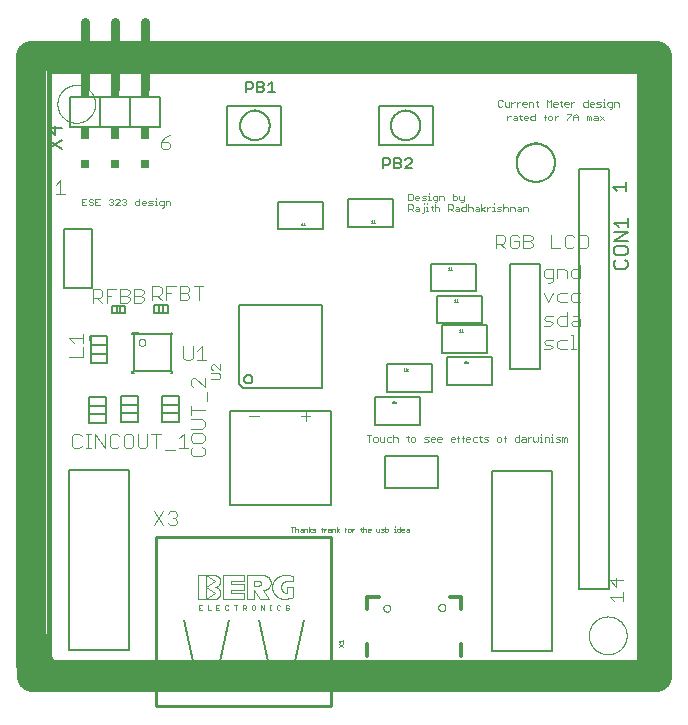
<source format=gto>
G75*
%MOIN*%
%OFA0B0*%
%FSLAX25Y25*%
%IPPOS*%
%LPD*%
%AMOC8*
5,1,8,0,0,1.08239X$1,22.5*
%
%ADD10C,0.01600*%
%ADD11C,0.00200*%
%ADD12C,0.00100*%
%ADD13C,0.00000*%
%ADD14C,0.10000*%
%ADD15C,0.00600*%
%ADD16C,0.00300*%
%ADD17C,0.00500*%
%ADD18C,0.00400*%
%ADD19C,0.00700*%
%ADD20C,0.00800*%
%ADD21C,0.01200*%
%ADD22C,0.01000*%
%ADD23C,0.03000*%
%ADD24R,0.03000X0.02000*%
%ADD25R,0.03000X0.04000*%
%ADD26R,0.03000X0.03000*%
D10*
X0123337Y0016382D02*
X0123337Y0213232D01*
X0320187Y0213232D01*
X0320187Y0016382D01*
X0123337Y0016382D01*
D11*
X0173238Y0037287D02*
X0175699Y0037287D01*
X0178652Y0037287D01*
X0178739Y0037289D01*
X0178826Y0037295D01*
X0178913Y0037304D01*
X0178999Y0037318D01*
X0179084Y0037335D01*
X0179169Y0037356D01*
X0179252Y0037381D01*
X0179335Y0037409D01*
X0179416Y0037441D01*
X0179495Y0037477D01*
X0179573Y0037516D01*
X0179649Y0037558D01*
X0179723Y0037604D01*
X0179795Y0037653D01*
X0179865Y0037705D01*
X0179932Y0037760D01*
X0179997Y0037818D01*
X0180060Y0037879D01*
X0180119Y0037943D01*
X0180176Y0038009D01*
X0180229Y0038078D01*
X0180280Y0038149D01*
X0180327Y0038222D01*
X0180372Y0038297D01*
X0180412Y0038374D01*
X0180450Y0038452D01*
X0180483Y0038533D01*
X0180514Y0038614D01*
X0180540Y0038697D01*
X0180563Y0038782D01*
X0180582Y0038867D01*
X0180597Y0038952D01*
X0180609Y0039039D01*
X0180617Y0039125D01*
X0180621Y0039212D01*
X0180621Y0039300D01*
X0180617Y0039387D01*
X0180609Y0039473D01*
X0180597Y0039560D01*
X0180582Y0039645D01*
X0180563Y0039730D01*
X0180540Y0039815D01*
X0180514Y0039898D01*
X0180483Y0039979D01*
X0180450Y0040060D01*
X0180412Y0040138D01*
X0180372Y0040215D01*
X0180327Y0040290D01*
X0180280Y0040363D01*
X0180229Y0040434D01*
X0180176Y0040503D01*
X0180119Y0040569D01*
X0180060Y0040633D01*
X0179997Y0040694D01*
X0179932Y0040752D01*
X0179865Y0040807D01*
X0179795Y0040859D01*
X0179723Y0040908D01*
X0179649Y0040954D01*
X0179573Y0040996D01*
X0179495Y0041035D01*
X0179416Y0041071D01*
X0179335Y0041103D01*
X0179252Y0041131D01*
X0179169Y0041156D01*
X0179084Y0041177D01*
X0178999Y0041194D01*
X0178913Y0041208D01*
X0178826Y0041217D01*
X0178739Y0041223D01*
X0178652Y0041225D01*
X0178652Y0041224D02*
X0178739Y0041226D01*
X0178826Y0041232D01*
X0178913Y0041241D01*
X0178999Y0041255D01*
X0179084Y0041272D01*
X0179169Y0041293D01*
X0179252Y0041318D01*
X0179335Y0041346D01*
X0179416Y0041378D01*
X0179495Y0041414D01*
X0179573Y0041453D01*
X0179649Y0041495D01*
X0179723Y0041541D01*
X0179795Y0041590D01*
X0179865Y0041642D01*
X0179932Y0041697D01*
X0179997Y0041755D01*
X0180060Y0041816D01*
X0180119Y0041880D01*
X0180176Y0041946D01*
X0180229Y0042015D01*
X0180280Y0042086D01*
X0180327Y0042159D01*
X0180372Y0042234D01*
X0180412Y0042311D01*
X0180450Y0042389D01*
X0180483Y0042470D01*
X0180514Y0042551D01*
X0180540Y0042634D01*
X0180563Y0042719D01*
X0180582Y0042804D01*
X0180597Y0042889D01*
X0180609Y0042976D01*
X0180617Y0043062D01*
X0180621Y0043149D01*
X0180621Y0043237D01*
X0180617Y0043324D01*
X0180609Y0043410D01*
X0180597Y0043497D01*
X0180582Y0043582D01*
X0180563Y0043667D01*
X0180540Y0043752D01*
X0180514Y0043835D01*
X0180483Y0043916D01*
X0180450Y0043997D01*
X0180412Y0044075D01*
X0180372Y0044152D01*
X0180327Y0044227D01*
X0180280Y0044300D01*
X0180229Y0044371D01*
X0180176Y0044440D01*
X0180119Y0044506D01*
X0180060Y0044570D01*
X0179997Y0044631D01*
X0179932Y0044689D01*
X0179865Y0044744D01*
X0179795Y0044796D01*
X0179723Y0044845D01*
X0179649Y0044891D01*
X0179573Y0044933D01*
X0179495Y0044972D01*
X0179416Y0045008D01*
X0179335Y0045040D01*
X0179252Y0045068D01*
X0179169Y0045093D01*
X0179084Y0045114D01*
X0178999Y0045131D01*
X0178913Y0045145D01*
X0178826Y0045154D01*
X0178739Y0045160D01*
X0178652Y0045162D01*
X0178652Y0045161D02*
X0175699Y0045161D01*
X0178652Y0043193D01*
X0175699Y0041224D01*
X0178652Y0039256D01*
X0175699Y0037287D01*
X0175699Y0041224D01*
X0175699Y0045161D01*
X0173238Y0045161D01*
X0173238Y0037287D01*
X0181604Y0037287D02*
X0188494Y0037287D01*
X0188494Y0039256D01*
X0184065Y0039256D01*
X0184065Y0040240D01*
X0188494Y0040240D01*
X0188494Y0042209D01*
X0184065Y0042209D01*
X0184065Y0043193D01*
X0188494Y0043193D01*
X0188494Y0045161D01*
X0181604Y0045161D01*
X0181604Y0037287D01*
X0189478Y0037287D02*
X0189478Y0045161D01*
X0194892Y0045161D01*
X0194892Y0045162D02*
X0194990Y0045160D01*
X0195088Y0045154D01*
X0195185Y0045145D01*
X0195282Y0045131D01*
X0195378Y0045114D01*
X0195474Y0045092D01*
X0195568Y0045067D01*
X0195662Y0045039D01*
X0195754Y0045006D01*
X0195845Y0044970D01*
X0195935Y0044930D01*
X0196022Y0044887D01*
X0196108Y0044840D01*
X0196192Y0044790D01*
X0196274Y0044737D01*
X0196354Y0044680D01*
X0196432Y0044621D01*
X0196507Y0044558D01*
X0196580Y0044492D01*
X0196649Y0044424D01*
X0196717Y0044353D01*
X0196781Y0044279D01*
X0196842Y0044202D01*
X0196900Y0044124D01*
X0196955Y0044043D01*
X0197007Y0043960D01*
X0197055Y0043875D01*
X0197100Y0043788D01*
X0197142Y0043699D01*
X0197179Y0043609D01*
X0197214Y0043517D01*
X0197244Y0043424D01*
X0197271Y0043330D01*
X0197294Y0043235D01*
X0197314Y0043139D01*
X0197329Y0043042D01*
X0197341Y0042945D01*
X0197349Y0042848D01*
X0197353Y0042750D01*
X0197353Y0042652D01*
X0197349Y0042554D01*
X0197341Y0042457D01*
X0197329Y0042360D01*
X0197314Y0042263D01*
X0197294Y0042167D01*
X0197271Y0042072D01*
X0197244Y0041978D01*
X0197214Y0041885D01*
X0197179Y0041793D01*
X0197142Y0041703D01*
X0197100Y0041614D01*
X0197055Y0041527D01*
X0197007Y0041442D01*
X0196955Y0041359D01*
X0196900Y0041278D01*
X0196842Y0041200D01*
X0196781Y0041123D01*
X0196717Y0041049D01*
X0196649Y0040978D01*
X0196580Y0040910D01*
X0196507Y0040844D01*
X0196432Y0040781D01*
X0196354Y0040722D01*
X0196274Y0040665D01*
X0196192Y0040612D01*
X0196108Y0040562D01*
X0196022Y0040515D01*
X0195935Y0040472D01*
X0195845Y0040432D01*
X0195754Y0040396D01*
X0195662Y0040363D01*
X0195568Y0040335D01*
X0195474Y0040310D01*
X0195378Y0040288D01*
X0195282Y0040271D01*
X0195185Y0040257D01*
X0195088Y0040248D01*
X0194990Y0040242D01*
X0194892Y0040240D01*
X0196860Y0037287D01*
X0193907Y0037287D01*
X0191939Y0040240D01*
X0191939Y0037287D01*
X0189478Y0037287D01*
X0191939Y0041717D02*
X0193415Y0041717D01*
X0193468Y0041719D01*
X0193520Y0041725D01*
X0193572Y0041734D01*
X0193623Y0041747D01*
X0193673Y0041764D01*
X0193722Y0041784D01*
X0193769Y0041807D01*
X0193814Y0041834D01*
X0193857Y0041864D01*
X0193898Y0041897D01*
X0193937Y0041933D01*
X0193973Y0041972D01*
X0194006Y0042013D01*
X0194036Y0042056D01*
X0194063Y0042101D01*
X0194086Y0042148D01*
X0194106Y0042197D01*
X0194123Y0042247D01*
X0194136Y0042298D01*
X0194145Y0042350D01*
X0194151Y0042402D01*
X0194153Y0042455D01*
X0194151Y0042508D01*
X0194145Y0042560D01*
X0194136Y0042612D01*
X0194123Y0042663D01*
X0194106Y0042713D01*
X0194086Y0042762D01*
X0194063Y0042809D01*
X0194036Y0042854D01*
X0194006Y0042897D01*
X0193973Y0042938D01*
X0193937Y0042977D01*
X0193898Y0043013D01*
X0193857Y0043046D01*
X0193814Y0043076D01*
X0193769Y0043103D01*
X0193722Y0043126D01*
X0193673Y0043146D01*
X0193623Y0043163D01*
X0193572Y0043176D01*
X0193520Y0043185D01*
X0193468Y0043191D01*
X0193415Y0043193D01*
X0191939Y0043193D01*
X0191939Y0041717D01*
X0201781Y0045161D02*
X0201657Y0045159D01*
X0201534Y0045153D01*
X0201410Y0045144D01*
X0201288Y0045130D01*
X0201165Y0045113D01*
X0201043Y0045091D01*
X0200922Y0045066D01*
X0200802Y0045037D01*
X0200683Y0045005D01*
X0200564Y0044968D01*
X0200447Y0044928D01*
X0200332Y0044885D01*
X0200217Y0044837D01*
X0200105Y0044786D01*
X0199994Y0044732D01*
X0199884Y0044674D01*
X0199777Y0044613D01*
X0199671Y0044548D01*
X0199568Y0044480D01*
X0199467Y0044409D01*
X0199368Y0044335D01*
X0199271Y0044258D01*
X0199177Y0044177D01*
X0199086Y0044094D01*
X0198997Y0044008D01*
X0198911Y0043919D01*
X0198828Y0043828D01*
X0198747Y0043734D01*
X0198670Y0043637D01*
X0198596Y0043538D01*
X0198525Y0043437D01*
X0198457Y0043334D01*
X0198392Y0043228D01*
X0198331Y0043121D01*
X0198273Y0043011D01*
X0198219Y0042900D01*
X0198168Y0042788D01*
X0198120Y0042673D01*
X0198077Y0042558D01*
X0198037Y0042441D01*
X0198000Y0042322D01*
X0197968Y0042203D01*
X0197939Y0042083D01*
X0197914Y0041962D01*
X0197892Y0041840D01*
X0197875Y0041717D01*
X0197861Y0041595D01*
X0197852Y0041471D01*
X0197846Y0041348D01*
X0197844Y0041224D01*
X0197846Y0041100D01*
X0197852Y0040977D01*
X0197861Y0040853D01*
X0197875Y0040731D01*
X0197892Y0040608D01*
X0197914Y0040486D01*
X0197939Y0040365D01*
X0197968Y0040245D01*
X0198000Y0040126D01*
X0198037Y0040007D01*
X0198077Y0039890D01*
X0198120Y0039775D01*
X0198168Y0039660D01*
X0198219Y0039548D01*
X0198273Y0039437D01*
X0198331Y0039327D01*
X0198392Y0039220D01*
X0198457Y0039114D01*
X0198525Y0039011D01*
X0198596Y0038910D01*
X0198670Y0038811D01*
X0198747Y0038714D01*
X0198828Y0038620D01*
X0198911Y0038529D01*
X0198997Y0038440D01*
X0199086Y0038354D01*
X0199177Y0038271D01*
X0199271Y0038190D01*
X0199368Y0038113D01*
X0199467Y0038039D01*
X0199568Y0037968D01*
X0199671Y0037900D01*
X0199777Y0037835D01*
X0199884Y0037774D01*
X0199994Y0037716D01*
X0200105Y0037662D01*
X0200217Y0037611D01*
X0200332Y0037563D01*
X0200447Y0037520D01*
X0200564Y0037480D01*
X0200683Y0037443D01*
X0200802Y0037411D01*
X0200922Y0037382D01*
X0201043Y0037357D01*
X0201165Y0037335D01*
X0201288Y0037318D01*
X0201410Y0037304D01*
X0201534Y0037295D01*
X0201657Y0037289D01*
X0201781Y0037287D01*
X0202766Y0039256D02*
X0202766Y0041224D01*
X0202766Y0043193D02*
X0202679Y0043191D01*
X0202592Y0043185D01*
X0202505Y0043176D01*
X0202419Y0043162D01*
X0202334Y0043145D01*
X0202249Y0043124D01*
X0202166Y0043099D01*
X0202083Y0043071D01*
X0202002Y0043039D01*
X0201923Y0043003D01*
X0201845Y0042964D01*
X0201769Y0042922D01*
X0201695Y0042876D01*
X0201623Y0042827D01*
X0201553Y0042775D01*
X0201486Y0042720D01*
X0201421Y0042662D01*
X0201358Y0042601D01*
X0201299Y0042537D01*
X0201242Y0042471D01*
X0201189Y0042402D01*
X0201138Y0042331D01*
X0201091Y0042258D01*
X0201046Y0042183D01*
X0201006Y0042106D01*
X0200968Y0042028D01*
X0200935Y0041947D01*
X0200904Y0041866D01*
X0200878Y0041783D01*
X0200855Y0041698D01*
X0200836Y0041613D01*
X0200821Y0041528D01*
X0200809Y0041441D01*
X0200801Y0041355D01*
X0200797Y0041268D01*
X0200797Y0041180D01*
X0200801Y0041093D01*
X0200809Y0041007D01*
X0200821Y0040920D01*
X0200836Y0040835D01*
X0200855Y0040750D01*
X0200878Y0040665D01*
X0200904Y0040582D01*
X0200935Y0040501D01*
X0200968Y0040420D01*
X0201006Y0040342D01*
X0201046Y0040265D01*
X0201091Y0040190D01*
X0201138Y0040117D01*
X0201189Y0040046D01*
X0201242Y0039977D01*
X0201299Y0039911D01*
X0201358Y0039847D01*
X0201421Y0039786D01*
X0201486Y0039728D01*
X0201553Y0039673D01*
X0201623Y0039621D01*
X0201695Y0039572D01*
X0201769Y0039526D01*
X0201845Y0039484D01*
X0201923Y0039445D01*
X0202002Y0039409D01*
X0202083Y0039377D01*
X0202166Y0039349D01*
X0202249Y0039324D01*
X0202334Y0039303D01*
X0202419Y0039286D01*
X0202505Y0039272D01*
X0202592Y0039263D01*
X0202679Y0039257D01*
X0202766Y0039255D01*
X0202766Y0041224D02*
X0204734Y0041224D01*
X0204734Y0037780D01*
X0204734Y0043193D02*
X0204556Y0043214D01*
X0204377Y0043232D01*
X0204198Y0043244D01*
X0204019Y0043253D01*
X0203840Y0043257D01*
X0203660Y0043257D01*
X0203481Y0043253D01*
X0203302Y0043244D01*
X0203123Y0043232D01*
X0202944Y0043214D01*
X0202766Y0043193D01*
X0204715Y0043193D02*
X0204715Y0044945D01*
X0204735Y0037779D02*
X0204530Y0037713D01*
X0204325Y0037651D01*
X0204118Y0037594D01*
X0203909Y0037542D01*
X0203700Y0037495D01*
X0203490Y0037452D01*
X0203278Y0037414D01*
X0203066Y0037381D01*
X0202853Y0037353D01*
X0202640Y0037330D01*
X0202426Y0037312D01*
X0202211Y0037299D01*
X0201997Y0037290D01*
X0201782Y0037287D01*
X0201782Y0045161D02*
X0202116Y0045168D01*
X0202450Y0045168D01*
X0202784Y0045159D01*
X0203117Y0045143D01*
X0203450Y0045119D01*
X0203783Y0045087D01*
X0204114Y0045047D01*
X0204445Y0045000D01*
X0204774Y0044945D01*
X0230076Y0089710D02*
X0230076Y0091912D01*
X0229342Y0091912D02*
X0230810Y0091912D01*
X0231552Y0090811D02*
X0231552Y0090077D01*
X0231919Y0089710D01*
X0232653Y0089710D01*
X0233020Y0090077D01*
X0233020Y0090811D01*
X0232653Y0091178D01*
X0231919Y0091178D01*
X0231552Y0090811D01*
X0233762Y0091178D02*
X0233762Y0090077D01*
X0234129Y0089710D01*
X0235230Y0089710D01*
X0235230Y0091178D01*
X0235972Y0090811D02*
X0235972Y0090077D01*
X0236339Y0089710D01*
X0237440Y0089710D01*
X0238182Y0089710D02*
X0238182Y0091912D01*
X0238549Y0091178D02*
X0239283Y0091178D01*
X0239650Y0090811D01*
X0239650Y0089710D01*
X0238182Y0090811D02*
X0238549Y0091178D01*
X0237440Y0091178D02*
X0236339Y0091178D01*
X0235972Y0090811D01*
X0242601Y0091178D02*
X0243335Y0091178D01*
X0242968Y0091545D02*
X0242968Y0090077D01*
X0243335Y0089710D01*
X0244075Y0090077D02*
X0244442Y0089710D01*
X0245176Y0089710D01*
X0245543Y0090077D01*
X0245543Y0090811D01*
X0245176Y0091178D01*
X0244442Y0091178D01*
X0244075Y0090811D01*
X0244075Y0090077D01*
X0248494Y0089710D02*
X0249595Y0089710D01*
X0249962Y0090077D01*
X0249595Y0090444D01*
X0248861Y0090444D01*
X0248494Y0090811D01*
X0248861Y0091178D01*
X0249962Y0091178D01*
X0250704Y0090811D02*
X0251071Y0091178D01*
X0251805Y0091178D01*
X0252172Y0090811D01*
X0252172Y0090444D01*
X0250704Y0090444D01*
X0250704Y0090077D02*
X0250704Y0090811D01*
X0250704Y0090077D02*
X0251071Y0089710D01*
X0251805Y0089710D01*
X0252914Y0090077D02*
X0252914Y0090811D01*
X0253281Y0091178D01*
X0254015Y0091178D01*
X0254382Y0090811D01*
X0254382Y0090444D01*
X0252914Y0090444D01*
X0252914Y0090077D02*
X0253281Y0089710D01*
X0254015Y0089710D01*
X0257334Y0090077D02*
X0257334Y0090811D01*
X0257701Y0091178D01*
X0258435Y0091178D01*
X0258802Y0090811D01*
X0258802Y0090444D01*
X0257334Y0090444D01*
X0257334Y0090077D02*
X0257701Y0089710D01*
X0258435Y0089710D01*
X0259911Y0089710D02*
X0259911Y0091545D01*
X0260278Y0091912D01*
X0260278Y0090811D02*
X0259544Y0090811D01*
X0261017Y0090811D02*
X0261751Y0090811D01*
X0262490Y0090811D02*
X0262490Y0090077D01*
X0262857Y0089710D01*
X0263591Y0089710D01*
X0263958Y0090444D02*
X0262490Y0090444D01*
X0262490Y0090811D02*
X0262857Y0091178D01*
X0263591Y0091178D01*
X0263958Y0090811D01*
X0263958Y0090444D01*
X0264700Y0090077D02*
X0265067Y0089710D01*
X0266168Y0089710D01*
X0267277Y0090077D02*
X0267644Y0089710D01*
X0267277Y0090077D02*
X0267277Y0091545D01*
X0266910Y0091178D02*
X0267644Y0091178D01*
X0268383Y0090811D02*
X0268750Y0091178D01*
X0269851Y0091178D01*
X0269484Y0090444D02*
X0268750Y0090444D01*
X0268383Y0090811D01*
X0268383Y0089710D02*
X0269484Y0089710D01*
X0269851Y0090077D01*
X0269484Y0090444D01*
X0272803Y0090811D02*
X0272803Y0090077D01*
X0273170Y0089710D01*
X0273904Y0089710D01*
X0274271Y0090077D01*
X0274271Y0090811D01*
X0273904Y0091178D01*
X0273170Y0091178D01*
X0272803Y0090811D01*
X0275013Y0090811D02*
X0275747Y0090811D01*
X0275380Y0091545D02*
X0275747Y0091912D01*
X0275380Y0091545D02*
X0275380Y0089710D01*
X0278696Y0090077D02*
X0278696Y0090811D01*
X0279063Y0091178D01*
X0280164Y0091178D01*
X0280164Y0091912D02*
X0280164Y0089710D01*
X0279063Y0089710D01*
X0278696Y0090077D01*
X0280906Y0090077D02*
X0281273Y0090444D01*
X0282374Y0090444D01*
X0282374Y0090811D02*
X0282374Y0089710D01*
X0281273Y0089710D01*
X0280906Y0090077D01*
X0281273Y0091178D02*
X0282007Y0091178D01*
X0282374Y0090811D01*
X0283116Y0090444D02*
X0283850Y0091178D01*
X0284217Y0091178D01*
X0284957Y0091178D02*
X0284957Y0090077D01*
X0285324Y0089710D01*
X0285691Y0090077D01*
X0286058Y0089710D01*
X0286425Y0090077D01*
X0286425Y0091178D01*
X0287167Y0091178D02*
X0287534Y0091178D01*
X0287534Y0089710D01*
X0287167Y0089710D02*
X0287901Y0089710D01*
X0288641Y0089710D02*
X0288641Y0091178D01*
X0289741Y0091178D01*
X0290108Y0090811D01*
X0290108Y0089710D01*
X0290850Y0089710D02*
X0291584Y0089710D01*
X0291217Y0089710D02*
X0291217Y0091178D01*
X0290850Y0091178D01*
X0291217Y0091912D02*
X0291217Y0092279D01*
X0292324Y0090811D02*
X0292691Y0090444D01*
X0293425Y0090444D01*
X0293792Y0090077D01*
X0293425Y0089710D01*
X0292324Y0089710D01*
X0292324Y0090811D02*
X0292691Y0091178D01*
X0293792Y0091178D01*
X0294534Y0091178D02*
X0294901Y0091178D01*
X0295268Y0090811D01*
X0295635Y0091178D01*
X0296001Y0090811D01*
X0296001Y0089710D01*
X0295268Y0089710D02*
X0295268Y0090811D01*
X0294534Y0091178D02*
X0294534Y0089710D01*
X0287534Y0091912D02*
X0287534Y0092279D01*
X0283116Y0091178D02*
X0283116Y0089710D01*
X0266168Y0091178D02*
X0265067Y0091178D01*
X0264700Y0090811D01*
X0264700Y0090077D01*
X0261384Y0089710D02*
X0261384Y0091545D01*
X0261751Y0091912D01*
X0261325Y0166561D02*
X0260958Y0166928D01*
X0260958Y0167662D01*
X0261325Y0168029D01*
X0262426Y0168029D01*
X0262426Y0168763D02*
X0262426Y0166561D01*
X0261325Y0166561D01*
X0260216Y0166561D02*
X0259115Y0166561D01*
X0258748Y0166928D01*
X0259115Y0167295D01*
X0260216Y0167295D01*
X0260216Y0167662D02*
X0260216Y0166561D01*
X0260216Y0167662D02*
X0259849Y0168029D01*
X0259115Y0168029D01*
X0258006Y0168396D02*
X0258006Y0167662D01*
X0257639Y0167295D01*
X0256538Y0167295D01*
X0257272Y0167295D02*
X0258006Y0166561D01*
X0256538Y0166561D02*
X0256538Y0168763D01*
X0257639Y0168763D01*
X0258006Y0168396D01*
X0258012Y0170161D02*
X0259113Y0170161D01*
X0259480Y0170528D01*
X0259480Y0171262D01*
X0259113Y0171629D01*
X0258012Y0171629D01*
X0258012Y0172363D02*
X0258012Y0170161D01*
X0260222Y0170528D02*
X0260589Y0170161D01*
X0261689Y0170161D01*
X0261689Y0169794D02*
X0261322Y0169427D01*
X0260955Y0169427D01*
X0261689Y0169794D02*
X0261689Y0171629D01*
X0260222Y0171629D02*
X0260222Y0170528D01*
X0263168Y0168763D02*
X0263168Y0166561D01*
X0263168Y0167662D02*
X0263535Y0168029D01*
X0264269Y0168029D01*
X0264636Y0167662D01*
X0264636Y0166561D01*
X0265378Y0166928D02*
X0265745Y0167295D01*
X0266846Y0167295D01*
X0266846Y0167662D02*
X0266846Y0166561D01*
X0265745Y0166561D01*
X0265378Y0166928D01*
X0265745Y0168029D02*
X0266479Y0168029D01*
X0266846Y0167662D01*
X0267588Y0167295D02*
X0268689Y0168029D01*
X0269429Y0168029D02*
X0269429Y0166561D01*
X0269429Y0167295D02*
X0270163Y0168029D01*
X0270530Y0168029D01*
X0271271Y0168029D02*
X0271638Y0168029D01*
X0271638Y0166561D01*
X0271271Y0166561D02*
X0272005Y0166561D01*
X0272744Y0166561D02*
X0273845Y0166561D01*
X0274212Y0166928D01*
X0273845Y0167295D01*
X0273111Y0167295D01*
X0272744Y0167662D01*
X0273111Y0168029D01*
X0274212Y0168029D01*
X0274954Y0167662D02*
X0275321Y0168029D01*
X0276055Y0168029D01*
X0276422Y0167662D01*
X0276422Y0166561D01*
X0277164Y0166561D02*
X0277164Y0168029D01*
X0278265Y0168029D01*
X0278632Y0167662D01*
X0278632Y0166561D01*
X0279374Y0166928D02*
X0279741Y0167295D01*
X0280842Y0167295D01*
X0280842Y0167662D02*
X0280842Y0166561D01*
X0279741Y0166561D01*
X0279374Y0166928D01*
X0279741Y0168029D02*
X0280475Y0168029D01*
X0280842Y0167662D01*
X0281584Y0168029D02*
X0282685Y0168029D01*
X0283052Y0167662D01*
X0283052Y0166561D01*
X0281584Y0166561D02*
X0281584Y0168029D01*
X0274954Y0168763D02*
X0274954Y0166561D01*
X0271638Y0168763D02*
X0271638Y0169129D01*
X0268689Y0166561D02*
X0267588Y0167295D01*
X0267588Y0166561D02*
X0267588Y0168763D01*
X0255060Y0170161D02*
X0255060Y0171262D01*
X0254693Y0171629D01*
X0253592Y0171629D01*
X0253592Y0170161D01*
X0252850Y0170161D02*
X0251749Y0170161D01*
X0251382Y0170528D01*
X0251382Y0171262D01*
X0251749Y0171629D01*
X0252850Y0171629D01*
X0252850Y0169794D01*
X0252483Y0169427D01*
X0252116Y0169427D01*
X0252119Y0168763D02*
X0252119Y0166561D01*
X0251379Y0166561D02*
X0251012Y0166928D01*
X0251012Y0168396D01*
X0250645Y0168029D02*
X0251379Y0168029D01*
X0252119Y0167662D02*
X0252486Y0168029D01*
X0253220Y0168029D01*
X0253587Y0167662D01*
X0253587Y0166561D01*
X0249906Y0166561D02*
X0249172Y0166561D01*
X0249539Y0166561D02*
X0249539Y0168029D01*
X0249172Y0168029D01*
X0248433Y0168029D02*
X0248433Y0166194D01*
X0248066Y0165827D01*
X0247699Y0165827D01*
X0246957Y0166561D02*
X0245856Y0166561D01*
X0245489Y0166928D01*
X0245856Y0167295D01*
X0246957Y0167295D01*
X0246957Y0167662D02*
X0246957Y0166561D01*
X0246957Y0167662D02*
X0246590Y0168029D01*
X0245856Y0168029D01*
X0244747Y0168396D02*
X0244747Y0167662D01*
X0244380Y0167295D01*
X0243279Y0167295D01*
X0244013Y0167295D02*
X0244747Y0166561D01*
X0243279Y0166561D02*
X0243279Y0168763D01*
X0244380Y0168763D01*
X0244747Y0168396D01*
X0244380Y0170161D02*
X0244747Y0170528D01*
X0244747Y0171996D01*
X0244380Y0172363D01*
X0243279Y0172363D01*
X0243279Y0170161D01*
X0244380Y0170161D01*
X0245489Y0170528D02*
X0245489Y0171262D01*
X0245856Y0171629D01*
X0246590Y0171629D01*
X0246957Y0171262D01*
X0246957Y0170895D01*
X0245489Y0170895D01*
X0245489Y0170528D02*
X0245856Y0170161D01*
X0246590Y0170161D01*
X0247699Y0170161D02*
X0248800Y0170161D01*
X0249167Y0170528D01*
X0248800Y0170895D01*
X0248066Y0170895D01*
X0247699Y0171262D01*
X0248066Y0171629D01*
X0249167Y0171629D01*
X0249909Y0171629D02*
X0250276Y0171629D01*
X0250276Y0170161D01*
X0249909Y0170161D02*
X0250643Y0170161D01*
X0249539Y0169129D02*
X0249539Y0168763D01*
X0248433Y0168763D02*
X0248433Y0169129D01*
X0250276Y0172363D02*
X0250276Y0172729D01*
X0276193Y0196836D02*
X0276193Y0198304D01*
X0276926Y0198304D02*
X0277293Y0198304D01*
X0276926Y0198304D02*
X0276193Y0197570D01*
X0278034Y0197203D02*
X0278401Y0197570D01*
X0279502Y0197570D01*
X0279502Y0197937D02*
X0279502Y0196836D01*
X0278401Y0196836D01*
X0278034Y0197203D01*
X0278401Y0198304D02*
X0279135Y0198304D01*
X0279502Y0197937D01*
X0280244Y0198304D02*
X0280978Y0198304D01*
X0280611Y0198671D02*
X0280611Y0197203D01*
X0280978Y0196836D01*
X0281717Y0197203D02*
X0281717Y0197937D01*
X0282084Y0198304D01*
X0282818Y0198304D01*
X0283185Y0197937D01*
X0283185Y0197570D01*
X0281717Y0197570D01*
X0281717Y0197203D02*
X0282084Y0196836D01*
X0282818Y0196836D01*
X0283927Y0197203D02*
X0283927Y0197937D01*
X0284294Y0198304D01*
X0285395Y0198304D01*
X0285395Y0199038D02*
X0285395Y0196836D01*
X0284294Y0196836D01*
X0283927Y0197203D01*
X0288347Y0197937D02*
X0289081Y0197937D01*
X0289820Y0197937D02*
X0289820Y0197203D01*
X0290187Y0196836D01*
X0290921Y0196836D01*
X0291288Y0197203D01*
X0291288Y0197937D01*
X0290921Y0198304D01*
X0290187Y0198304D01*
X0289820Y0197937D01*
X0289081Y0199038D02*
X0288714Y0198671D01*
X0288714Y0196836D01*
X0292030Y0196836D02*
X0292030Y0198304D01*
X0292030Y0197570D02*
X0292764Y0198304D01*
X0293131Y0198304D01*
X0296081Y0199038D02*
X0297549Y0199038D01*
X0297549Y0198671D01*
X0296081Y0197203D01*
X0296081Y0196836D01*
X0298291Y0196836D02*
X0298291Y0198304D01*
X0299025Y0199038D01*
X0299759Y0198304D01*
X0299759Y0196836D01*
X0299759Y0197937D02*
X0298291Y0197937D01*
X0297470Y0201403D02*
X0297470Y0202871D01*
X0298204Y0202871D02*
X0298571Y0202871D01*
X0298204Y0202871D02*
X0297470Y0202137D01*
X0296728Y0202137D02*
X0295260Y0202137D01*
X0295260Y0201770D02*
X0295260Y0202504D01*
X0295627Y0202871D01*
X0296361Y0202871D01*
X0296728Y0202504D01*
X0296728Y0202137D01*
X0296361Y0201403D02*
X0295627Y0201403D01*
X0295260Y0201770D01*
X0294521Y0201403D02*
X0294154Y0201770D01*
X0294154Y0203238D01*
X0293787Y0202871D02*
X0294521Y0202871D01*
X0293045Y0202504D02*
X0293045Y0202137D01*
X0291577Y0202137D01*
X0291577Y0201770D02*
X0291577Y0202504D01*
X0291944Y0202871D01*
X0292678Y0202871D01*
X0293045Y0202504D01*
X0292678Y0201403D02*
X0291944Y0201403D01*
X0291577Y0201770D01*
X0290835Y0201403D02*
X0290835Y0203605D01*
X0290101Y0202871D01*
X0289367Y0203605D01*
X0289367Y0201403D01*
X0286418Y0201403D02*
X0286051Y0201770D01*
X0286051Y0203238D01*
X0285684Y0202871D02*
X0286418Y0202871D01*
X0284942Y0202504D02*
X0284942Y0201403D01*
X0284942Y0202504D02*
X0284575Y0202871D01*
X0283474Y0202871D01*
X0283474Y0201403D01*
X0282732Y0202137D02*
X0281264Y0202137D01*
X0281264Y0201770D02*
X0281264Y0202504D01*
X0281631Y0202871D01*
X0282365Y0202871D01*
X0282732Y0202504D01*
X0282732Y0202137D01*
X0282365Y0201403D02*
X0281631Y0201403D01*
X0281264Y0201770D01*
X0280523Y0202871D02*
X0280156Y0202871D01*
X0279422Y0202137D01*
X0279422Y0201403D02*
X0279422Y0202871D01*
X0278682Y0202871D02*
X0278315Y0202871D01*
X0277581Y0202137D01*
X0277581Y0201403D02*
X0277581Y0202871D01*
X0276839Y0202871D02*
X0276839Y0201403D01*
X0275738Y0201403D01*
X0275371Y0201770D01*
X0275371Y0202871D01*
X0274629Y0203238D02*
X0274262Y0203605D01*
X0273528Y0203605D01*
X0273161Y0203238D01*
X0273161Y0201770D01*
X0273528Y0201403D01*
X0274262Y0201403D01*
X0274629Y0201770D01*
X0301521Y0201770D02*
X0301521Y0202504D01*
X0301888Y0202871D01*
X0302989Y0202871D01*
X0302989Y0203605D02*
X0302989Y0201403D01*
X0301888Y0201403D01*
X0301521Y0201770D01*
X0303731Y0201770D02*
X0303731Y0202504D01*
X0304098Y0202871D01*
X0304832Y0202871D01*
X0305199Y0202504D01*
X0305199Y0202137D01*
X0303731Y0202137D01*
X0303731Y0201770D02*
X0304098Y0201403D01*
X0304832Y0201403D01*
X0305941Y0201403D02*
X0307042Y0201403D01*
X0307409Y0201770D01*
X0307042Y0202137D01*
X0306308Y0202137D01*
X0305941Y0202504D01*
X0306308Y0202871D01*
X0307409Y0202871D01*
X0308151Y0202871D02*
X0308518Y0202871D01*
X0308518Y0201403D01*
X0308151Y0201403D02*
X0308885Y0201403D01*
X0309624Y0201770D02*
X0309991Y0201403D01*
X0311092Y0201403D01*
X0311092Y0201036D02*
X0311092Y0202871D01*
X0309991Y0202871D01*
X0309624Y0202504D01*
X0309624Y0201770D01*
X0310358Y0200669D02*
X0310725Y0200669D01*
X0311092Y0201036D01*
X0311834Y0201403D02*
X0311834Y0202871D01*
X0312935Y0202871D01*
X0313302Y0202504D01*
X0313302Y0201403D01*
X0308518Y0203605D02*
X0308518Y0203972D01*
X0308599Y0198304D02*
X0307131Y0196836D01*
X0306389Y0196836D02*
X0305288Y0196836D01*
X0304921Y0197203D01*
X0305288Y0197570D01*
X0306389Y0197570D01*
X0306389Y0197937D02*
X0306389Y0196836D01*
X0306389Y0197937D02*
X0306022Y0198304D01*
X0305288Y0198304D01*
X0304179Y0197937D02*
X0304179Y0196836D01*
X0303445Y0196836D02*
X0303445Y0197937D01*
X0303812Y0198304D01*
X0304179Y0197937D01*
X0303445Y0197937D02*
X0303078Y0198304D01*
X0302711Y0198304D01*
X0302711Y0196836D01*
X0307131Y0198304D02*
X0308599Y0196836D01*
X0163920Y0169551D02*
X0163920Y0168450D01*
X0163920Y0169551D02*
X0163553Y0169918D01*
X0162452Y0169918D01*
X0162452Y0168450D01*
X0161710Y0168450D02*
X0160609Y0168450D01*
X0160242Y0168817D01*
X0160242Y0169551D01*
X0160609Y0169918D01*
X0161710Y0169918D01*
X0161710Y0168083D01*
X0161343Y0167716D01*
X0160976Y0167716D01*
X0159503Y0168450D02*
X0158769Y0168450D01*
X0159136Y0168450D02*
X0159136Y0169918D01*
X0158769Y0169918D01*
X0158027Y0169918D02*
X0156926Y0169918D01*
X0156559Y0169551D01*
X0156926Y0169184D01*
X0157660Y0169184D01*
X0158027Y0168817D01*
X0157660Y0168450D01*
X0156559Y0168450D01*
X0155817Y0169184D02*
X0155817Y0169551D01*
X0155450Y0169918D01*
X0154716Y0169918D01*
X0154349Y0169551D01*
X0154349Y0168817D01*
X0154716Y0168450D01*
X0155450Y0168450D01*
X0155817Y0169184D02*
X0154349Y0169184D01*
X0153607Y0168450D02*
X0152506Y0168450D01*
X0152139Y0168817D01*
X0152139Y0169551D01*
X0152506Y0169918D01*
X0153607Y0169918D01*
X0153607Y0170652D02*
X0153607Y0168450D01*
X0159136Y0170652D02*
X0159136Y0171019D01*
X0149187Y0170285D02*
X0149187Y0169918D01*
X0148820Y0169551D01*
X0149187Y0169184D01*
X0149187Y0168817D01*
X0148820Y0168450D01*
X0148086Y0168450D01*
X0147720Y0168817D01*
X0146978Y0168450D02*
X0145510Y0168450D01*
X0146978Y0169918D01*
X0146978Y0170285D01*
X0146611Y0170652D01*
X0145877Y0170652D01*
X0145510Y0170285D01*
X0144768Y0170285D02*
X0144768Y0169918D01*
X0144401Y0169551D01*
X0144768Y0169184D01*
X0144768Y0168817D01*
X0144401Y0168450D01*
X0143667Y0168450D01*
X0143300Y0168817D01*
X0144034Y0169551D02*
X0144401Y0169551D01*
X0144768Y0170285D02*
X0144401Y0170652D01*
X0143667Y0170652D01*
X0143300Y0170285D01*
X0140348Y0170652D02*
X0138880Y0170652D01*
X0138880Y0168450D01*
X0140348Y0168450D01*
X0139614Y0169551D02*
X0138880Y0169551D01*
X0138138Y0169184D02*
X0137771Y0169551D01*
X0137037Y0169551D01*
X0136670Y0169918D01*
X0136670Y0170285D01*
X0137037Y0170652D01*
X0137771Y0170652D01*
X0138138Y0170285D01*
X0138138Y0169184D02*
X0138138Y0168817D01*
X0137771Y0168450D01*
X0137037Y0168450D01*
X0136670Y0168817D01*
X0135928Y0168450D02*
X0134460Y0168450D01*
X0134460Y0170652D01*
X0135928Y0170652D01*
X0135194Y0169551D02*
X0134460Y0169551D01*
X0147720Y0170285D02*
X0148086Y0170652D01*
X0148820Y0170652D01*
X0149187Y0170285D01*
X0148820Y0169551D02*
X0148453Y0169551D01*
D12*
X0207565Y0162371D02*
X0207865Y0162671D01*
X0207865Y0161770D01*
X0207565Y0161770D02*
X0208165Y0161770D01*
X0208485Y0161770D02*
X0208485Y0162671D01*
X0208936Y0162371D02*
X0208485Y0162071D01*
X0208936Y0161770D01*
X0230832Y0162558D02*
X0231433Y0162558D01*
X0231133Y0162558D02*
X0231133Y0163459D01*
X0230832Y0163158D01*
X0231753Y0162858D02*
X0232204Y0163158D01*
X0231753Y0162858D02*
X0232204Y0162558D01*
X0231753Y0162558D02*
X0231753Y0163459D01*
X0256457Y0147465D02*
X0256758Y0147766D01*
X0256758Y0146865D01*
X0257058Y0146865D02*
X0256457Y0146865D01*
X0257378Y0146865D02*
X0257378Y0147766D01*
X0257829Y0147465D02*
X0257378Y0147165D01*
X0257829Y0146865D01*
X0258766Y0137136D02*
X0258766Y0136235D01*
X0259066Y0136235D02*
X0258465Y0136235D01*
X0258465Y0136836D02*
X0258766Y0137136D01*
X0259386Y0137136D02*
X0259386Y0136235D01*
X0259386Y0136535D02*
X0259837Y0136836D01*
X0259386Y0136535D02*
X0259837Y0136235D01*
X0260380Y0127293D02*
X0260380Y0126393D01*
X0260080Y0126393D02*
X0260680Y0126393D01*
X0261000Y0126393D02*
X0261000Y0127293D01*
X0261451Y0126993D02*
X0261000Y0126693D01*
X0261451Y0126393D01*
X0260380Y0127293D02*
X0260080Y0126993D01*
X0261994Y0116663D02*
X0261994Y0115763D01*
X0261694Y0115763D02*
X0262294Y0115763D01*
X0262614Y0115763D02*
X0262614Y0116663D01*
X0263065Y0116363D02*
X0262614Y0116063D01*
X0263065Y0115763D01*
X0261994Y0116663D02*
X0261694Y0116363D01*
X0243025Y0114001D02*
X0242575Y0113701D01*
X0243025Y0113400D01*
X0242575Y0113400D02*
X0242575Y0114301D01*
X0241955Y0114301D02*
X0241955Y0113400D01*
X0242255Y0113400D02*
X0241654Y0113400D01*
X0241654Y0114001D02*
X0241955Y0114301D01*
X0238599Y0103356D02*
X0238599Y0102456D01*
X0238599Y0102756D02*
X0239049Y0103056D01*
X0238599Y0102756D02*
X0239049Y0102456D01*
X0238278Y0102456D02*
X0237678Y0102456D01*
X0237978Y0102456D02*
X0237978Y0103356D01*
X0237678Y0103056D01*
X0238721Y0061490D02*
X0238721Y0061240D01*
X0238721Y0060740D02*
X0238721Y0059739D01*
X0238471Y0059739D02*
X0238972Y0059739D01*
X0239453Y0059989D02*
X0239453Y0060490D01*
X0239704Y0060740D01*
X0240454Y0060740D01*
X0240454Y0061240D02*
X0240454Y0059739D01*
X0239704Y0059739D01*
X0239453Y0059989D01*
X0238721Y0060740D02*
X0238471Y0060740D01*
X0236526Y0060490D02*
X0236275Y0060740D01*
X0235525Y0060740D01*
X0235052Y0060740D02*
X0234302Y0060740D01*
X0234051Y0060490D01*
X0234302Y0060239D01*
X0234802Y0060239D01*
X0235052Y0059989D01*
X0234802Y0059739D01*
X0234051Y0059739D01*
X0233579Y0059739D02*
X0233579Y0060740D01*
X0232578Y0060740D02*
X0232578Y0059989D01*
X0232828Y0059739D01*
X0233579Y0059739D01*
X0235525Y0059739D02*
X0236275Y0059739D01*
X0236526Y0059989D01*
X0236526Y0060490D01*
X0235525Y0061240D02*
X0235525Y0059739D01*
X0230633Y0060239D02*
X0230633Y0060490D01*
X0230382Y0060740D01*
X0229882Y0060740D01*
X0229632Y0060490D01*
X0229632Y0059989D01*
X0229882Y0059739D01*
X0230382Y0059739D01*
X0230633Y0060239D02*
X0229632Y0060239D01*
X0229159Y0060490D02*
X0229159Y0059739D01*
X0229159Y0060490D02*
X0228909Y0060740D01*
X0228409Y0060740D01*
X0228158Y0060490D01*
X0227677Y0060740D02*
X0227176Y0060740D01*
X0227426Y0060990D02*
X0227426Y0059989D01*
X0227677Y0059739D01*
X0228158Y0059739D02*
X0228158Y0061240D01*
X0225226Y0060740D02*
X0224976Y0060740D01*
X0224475Y0060239D01*
X0224475Y0059739D02*
X0224475Y0060740D01*
X0224003Y0060490D02*
X0223753Y0060740D01*
X0223252Y0060740D01*
X0223002Y0060490D01*
X0223002Y0059989D01*
X0223252Y0059739D01*
X0223753Y0059739D01*
X0224003Y0059989D01*
X0224003Y0060490D01*
X0222520Y0060490D02*
X0222020Y0060490D01*
X0222270Y0060990D02*
X0222520Y0061240D01*
X0222270Y0060990D02*
X0222270Y0059739D01*
X0220070Y0059739D02*
X0219319Y0060239D01*
X0220070Y0060740D01*
X0219319Y0061240D02*
X0219319Y0059739D01*
X0218846Y0059739D02*
X0218846Y0060490D01*
X0218596Y0060740D01*
X0217846Y0060740D01*
X0217846Y0059739D01*
X0217373Y0059739D02*
X0216623Y0059739D01*
X0216372Y0059989D01*
X0216623Y0060239D01*
X0217373Y0060239D01*
X0217373Y0060490D02*
X0217373Y0059739D01*
X0217373Y0060490D02*
X0217123Y0060740D01*
X0216623Y0060740D01*
X0215895Y0060740D02*
X0215645Y0060740D01*
X0215145Y0060239D01*
X0215145Y0059739D02*
X0215145Y0060740D01*
X0214663Y0060490D02*
X0214162Y0060490D01*
X0214413Y0060990D02*
X0214663Y0061240D01*
X0214413Y0060990D02*
X0214413Y0059739D01*
X0212217Y0059989D02*
X0211967Y0060239D01*
X0211466Y0060239D01*
X0211216Y0060490D01*
X0211466Y0060740D01*
X0212217Y0060740D01*
X0212217Y0059989D02*
X0211967Y0059739D01*
X0211216Y0059739D01*
X0210739Y0059739D02*
X0209988Y0060239D01*
X0210739Y0060740D01*
X0209988Y0061240D02*
X0209988Y0059739D01*
X0209516Y0059739D02*
X0209516Y0060490D01*
X0209266Y0060740D01*
X0208515Y0060740D01*
X0208515Y0059739D01*
X0208043Y0059739D02*
X0207292Y0059739D01*
X0207042Y0059989D01*
X0207292Y0060239D01*
X0208043Y0060239D01*
X0208043Y0060490D02*
X0208043Y0059739D01*
X0208043Y0060490D02*
X0207792Y0060740D01*
X0207292Y0060740D01*
X0206569Y0060490D02*
X0206569Y0059739D01*
X0206569Y0060490D02*
X0206319Y0060740D01*
X0205819Y0060740D01*
X0205569Y0060490D01*
X0205569Y0061240D02*
X0205569Y0059739D01*
X0204596Y0059739D02*
X0204596Y0061240D01*
X0205096Y0061240D02*
X0204095Y0061240D01*
X0203111Y0035138D02*
X0202611Y0035138D01*
X0202361Y0034888D01*
X0202361Y0034637D01*
X0202611Y0034387D01*
X0203111Y0034387D01*
X0203361Y0034137D01*
X0203361Y0033887D01*
X0203111Y0033637D01*
X0202611Y0033637D01*
X0202361Y0033887D01*
X0203361Y0034888D02*
X0203111Y0035138D01*
X0200415Y0034888D02*
X0200165Y0035138D01*
X0199664Y0035138D01*
X0199414Y0034888D01*
X0199414Y0033887D01*
X0199664Y0033637D01*
X0200165Y0033637D01*
X0200415Y0033887D01*
X0197459Y0033637D02*
X0196959Y0033637D01*
X0197209Y0033637D02*
X0197209Y0035138D01*
X0196959Y0035138D02*
X0197459Y0035138D01*
X0195013Y0035138D02*
X0195013Y0033637D01*
X0194012Y0035138D01*
X0194012Y0033637D01*
X0192066Y0033887D02*
X0192066Y0034888D01*
X0191816Y0035138D01*
X0191316Y0035138D01*
X0191066Y0034888D01*
X0191066Y0033887D01*
X0191316Y0033637D01*
X0191816Y0033637D01*
X0192066Y0033887D01*
X0189120Y0033637D02*
X0188620Y0034137D01*
X0188870Y0034137D02*
X0188119Y0034137D01*
X0188119Y0033637D02*
X0188119Y0035138D01*
X0188870Y0035138D01*
X0189120Y0034888D01*
X0189120Y0034387D01*
X0188870Y0034137D01*
X0186173Y0035138D02*
X0185173Y0035138D01*
X0185673Y0035138D02*
X0185673Y0033637D01*
X0183227Y0033887D02*
X0182977Y0033637D01*
X0182476Y0033637D01*
X0182226Y0033887D01*
X0182226Y0034888D01*
X0182476Y0035138D01*
X0182977Y0035138D01*
X0183227Y0034888D01*
X0180280Y0035138D02*
X0179280Y0035138D01*
X0179280Y0033637D01*
X0180280Y0033637D01*
X0179780Y0034387D02*
X0179280Y0034387D01*
X0177334Y0033637D02*
X0176333Y0033637D01*
X0176333Y0035138D01*
X0174387Y0035138D02*
X0173387Y0035138D01*
X0173387Y0033637D01*
X0174387Y0033637D01*
X0173887Y0034387D02*
X0173387Y0034387D01*
X0220096Y0023169D02*
X0221598Y0023169D01*
X0221598Y0022669D02*
X0221598Y0023670D01*
X0220597Y0022669D02*
X0220096Y0023169D01*
X0220096Y0022197D02*
X0221598Y0021196D01*
X0221598Y0022197D02*
X0220096Y0021196D01*
X0241177Y0059739D02*
X0240927Y0059989D01*
X0240927Y0060490D01*
X0241177Y0060740D01*
X0241677Y0060740D01*
X0241927Y0060490D01*
X0241927Y0060239D01*
X0240927Y0060239D01*
X0241177Y0059739D02*
X0241677Y0059739D01*
X0242400Y0059989D02*
X0242650Y0060239D01*
X0243401Y0060239D01*
X0243401Y0060490D02*
X0243401Y0059739D01*
X0242650Y0059739D01*
X0242400Y0059989D01*
X0242650Y0060740D02*
X0243150Y0060740D01*
X0243401Y0060490D01*
D13*
X0234912Y0034217D02*
X0234914Y0034286D01*
X0234920Y0034354D01*
X0234930Y0034422D01*
X0234944Y0034489D01*
X0234962Y0034556D01*
X0234983Y0034621D01*
X0235009Y0034685D01*
X0235038Y0034747D01*
X0235070Y0034807D01*
X0235106Y0034866D01*
X0235146Y0034922D01*
X0235188Y0034976D01*
X0235234Y0035027D01*
X0235283Y0035076D01*
X0235334Y0035122D01*
X0235388Y0035164D01*
X0235444Y0035204D01*
X0235502Y0035240D01*
X0235563Y0035272D01*
X0235625Y0035301D01*
X0235689Y0035327D01*
X0235754Y0035348D01*
X0235821Y0035366D01*
X0235888Y0035380D01*
X0235956Y0035390D01*
X0236024Y0035396D01*
X0236093Y0035398D01*
X0236162Y0035396D01*
X0236230Y0035390D01*
X0236298Y0035380D01*
X0236365Y0035366D01*
X0236432Y0035348D01*
X0236497Y0035327D01*
X0236561Y0035301D01*
X0236623Y0035272D01*
X0236683Y0035240D01*
X0236742Y0035204D01*
X0236798Y0035164D01*
X0236852Y0035122D01*
X0236903Y0035076D01*
X0236952Y0035027D01*
X0236998Y0034976D01*
X0237040Y0034922D01*
X0237080Y0034866D01*
X0237116Y0034807D01*
X0237148Y0034747D01*
X0237177Y0034685D01*
X0237203Y0034621D01*
X0237224Y0034556D01*
X0237242Y0034489D01*
X0237256Y0034422D01*
X0237266Y0034354D01*
X0237272Y0034286D01*
X0237274Y0034217D01*
X0237272Y0034148D01*
X0237266Y0034080D01*
X0237256Y0034012D01*
X0237242Y0033945D01*
X0237224Y0033878D01*
X0237203Y0033813D01*
X0237177Y0033749D01*
X0237148Y0033687D01*
X0237116Y0033626D01*
X0237080Y0033568D01*
X0237040Y0033512D01*
X0236998Y0033458D01*
X0236952Y0033407D01*
X0236903Y0033358D01*
X0236852Y0033312D01*
X0236798Y0033270D01*
X0236742Y0033230D01*
X0236684Y0033194D01*
X0236623Y0033162D01*
X0236561Y0033133D01*
X0236497Y0033107D01*
X0236432Y0033086D01*
X0236365Y0033068D01*
X0236298Y0033054D01*
X0236230Y0033044D01*
X0236162Y0033038D01*
X0236093Y0033036D01*
X0236024Y0033038D01*
X0235956Y0033044D01*
X0235888Y0033054D01*
X0235821Y0033068D01*
X0235754Y0033086D01*
X0235689Y0033107D01*
X0235625Y0033133D01*
X0235563Y0033162D01*
X0235502Y0033194D01*
X0235444Y0033230D01*
X0235388Y0033270D01*
X0235334Y0033312D01*
X0235283Y0033358D01*
X0235234Y0033407D01*
X0235188Y0033458D01*
X0235146Y0033512D01*
X0235106Y0033568D01*
X0235070Y0033626D01*
X0235038Y0033687D01*
X0235009Y0033749D01*
X0234983Y0033813D01*
X0234962Y0033878D01*
X0234944Y0033945D01*
X0234930Y0034012D01*
X0234920Y0034080D01*
X0234914Y0034148D01*
X0234912Y0034217D01*
X0253219Y0034413D02*
X0253221Y0034482D01*
X0253227Y0034550D01*
X0253237Y0034618D01*
X0253251Y0034685D01*
X0253269Y0034752D01*
X0253290Y0034817D01*
X0253316Y0034881D01*
X0253345Y0034943D01*
X0253377Y0035003D01*
X0253413Y0035062D01*
X0253453Y0035118D01*
X0253495Y0035172D01*
X0253541Y0035223D01*
X0253590Y0035272D01*
X0253641Y0035318D01*
X0253695Y0035360D01*
X0253751Y0035400D01*
X0253809Y0035436D01*
X0253870Y0035468D01*
X0253932Y0035497D01*
X0253996Y0035523D01*
X0254061Y0035544D01*
X0254128Y0035562D01*
X0254195Y0035576D01*
X0254263Y0035586D01*
X0254331Y0035592D01*
X0254400Y0035594D01*
X0254469Y0035592D01*
X0254537Y0035586D01*
X0254605Y0035576D01*
X0254672Y0035562D01*
X0254739Y0035544D01*
X0254804Y0035523D01*
X0254868Y0035497D01*
X0254930Y0035468D01*
X0254990Y0035436D01*
X0255049Y0035400D01*
X0255105Y0035360D01*
X0255159Y0035318D01*
X0255210Y0035272D01*
X0255259Y0035223D01*
X0255305Y0035172D01*
X0255347Y0035118D01*
X0255387Y0035062D01*
X0255423Y0035003D01*
X0255455Y0034943D01*
X0255484Y0034881D01*
X0255510Y0034817D01*
X0255531Y0034752D01*
X0255549Y0034685D01*
X0255563Y0034618D01*
X0255573Y0034550D01*
X0255579Y0034482D01*
X0255581Y0034413D01*
X0255579Y0034344D01*
X0255573Y0034276D01*
X0255563Y0034208D01*
X0255549Y0034141D01*
X0255531Y0034074D01*
X0255510Y0034009D01*
X0255484Y0033945D01*
X0255455Y0033883D01*
X0255423Y0033822D01*
X0255387Y0033764D01*
X0255347Y0033708D01*
X0255305Y0033654D01*
X0255259Y0033603D01*
X0255210Y0033554D01*
X0255159Y0033508D01*
X0255105Y0033466D01*
X0255049Y0033426D01*
X0254991Y0033390D01*
X0254930Y0033358D01*
X0254868Y0033329D01*
X0254804Y0033303D01*
X0254739Y0033282D01*
X0254672Y0033264D01*
X0254605Y0033250D01*
X0254537Y0033240D01*
X0254469Y0033234D01*
X0254400Y0033232D01*
X0254331Y0033234D01*
X0254263Y0033240D01*
X0254195Y0033250D01*
X0254128Y0033264D01*
X0254061Y0033282D01*
X0253996Y0033303D01*
X0253932Y0033329D01*
X0253870Y0033358D01*
X0253809Y0033390D01*
X0253751Y0033426D01*
X0253695Y0033466D01*
X0253641Y0033508D01*
X0253590Y0033554D01*
X0253541Y0033603D01*
X0253495Y0033654D01*
X0253453Y0033708D01*
X0253413Y0033764D01*
X0253377Y0033822D01*
X0253345Y0033883D01*
X0253316Y0033945D01*
X0253290Y0034009D01*
X0253269Y0034074D01*
X0253251Y0034141D01*
X0253237Y0034208D01*
X0253227Y0034276D01*
X0253221Y0034344D01*
X0253219Y0034413D01*
X0303416Y0025122D02*
X0303418Y0025280D01*
X0303424Y0025438D01*
X0303434Y0025596D01*
X0303448Y0025754D01*
X0303466Y0025911D01*
X0303487Y0026068D01*
X0303513Y0026224D01*
X0303543Y0026380D01*
X0303576Y0026535D01*
X0303614Y0026688D01*
X0303655Y0026841D01*
X0303700Y0026993D01*
X0303749Y0027144D01*
X0303802Y0027293D01*
X0303858Y0027441D01*
X0303918Y0027587D01*
X0303982Y0027732D01*
X0304050Y0027875D01*
X0304121Y0028017D01*
X0304195Y0028157D01*
X0304273Y0028294D01*
X0304355Y0028430D01*
X0304439Y0028564D01*
X0304528Y0028695D01*
X0304619Y0028824D01*
X0304714Y0028951D01*
X0304811Y0029076D01*
X0304912Y0029198D01*
X0305016Y0029317D01*
X0305123Y0029434D01*
X0305233Y0029548D01*
X0305346Y0029659D01*
X0305461Y0029768D01*
X0305579Y0029873D01*
X0305700Y0029975D01*
X0305823Y0030075D01*
X0305949Y0030171D01*
X0306077Y0030264D01*
X0306207Y0030354D01*
X0306340Y0030440D01*
X0306475Y0030524D01*
X0306611Y0030603D01*
X0306750Y0030680D01*
X0306891Y0030752D01*
X0307033Y0030822D01*
X0307177Y0030887D01*
X0307323Y0030949D01*
X0307470Y0031007D01*
X0307619Y0031062D01*
X0307769Y0031113D01*
X0307920Y0031160D01*
X0308072Y0031203D01*
X0308225Y0031242D01*
X0308380Y0031278D01*
X0308535Y0031309D01*
X0308691Y0031337D01*
X0308847Y0031361D01*
X0309004Y0031381D01*
X0309162Y0031397D01*
X0309319Y0031409D01*
X0309478Y0031417D01*
X0309636Y0031421D01*
X0309794Y0031421D01*
X0309952Y0031417D01*
X0310111Y0031409D01*
X0310268Y0031397D01*
X0310426Y0031381D01*
X0310583Y0031361D01*
X0310739Y0031337D01*
X0310895Y0031309D01*
X0311050Y0031278D01*
X0311205Y0031242D01*
X0311358Y0031203D01*
X0311510Y0031160D01*
X0311661Y0031113D01*
X0311811Y0031062D01*
X0311960Y0031007D01*
X0312107Y0030949D01*
X0312253Y0030887D01*
X0312397Y0030822D01*
X0312539Y0030752D01*
X0312680Y0030680D01*
X0312819Y0030603D01*
X0312955Y0030524D01*
X0313090Y0030440D01*
X0313223Y0030354D01*
X0313353Y0030264D01*
X0313481Y0030171D01*
X0313607Y0030075D01*
X0313730Y0029975D01*
X0313851Y0029873D01*
X0313969Y0029768D01*
X0314084Y0029659D01*
X0314197Y0029548D01*
X0314307Y0029434D01*
X0314414Y0029317D01*
X0314518Y0029198D01*
X0314619Y0029076D01*
X0314716Y0028951D01*
X0314811Y0028824D01*
X0314902Y0028695D01*
X0314991Y0028564D01*
X0315075Y0028430D01*
X0315157Y0028294D01*
X0315235Y0028157D01*
X0315309Y0028017D01*
X0315380Y0027875D01*
X0315448Y0027732D01*
X0315512Y0027587D01*
X0315572Y0027441D01*
X0315628Y0027293D01*
X0315681Y0027144D01*
X0315730Y0026993D01*
X0315775Y0026841D01*
X0315816Y0026688D01*
X0315854Y0026535D01*
X0315887Y0026380D01*
X0315917Y0026224D01*
X0315943Y0026068D01*
X0315964Y0025911D01*
X0315982Y0025754D01*
X0315996Y0025596D01*
X0316006Y0025438D01*
X0316012Y0025280D01*
X0316014Y0025122D01*
X0316012Y0024964D01*
X0316006Y0024806D01*
X0315996Y0024648D01*
X0315982Y0024490D01*
X0315964Y0024333D01*
X0315943Y0024176D01*
X0315917Y0024020D01*
X0315887Y0023864D01*
X0315854Y0023709D01*
X0315816Y0023556D01*
X0315775Y0023403D01*
X0315730Y0023251D01*
X0315681Y0023100D01*
X0315628Y0022951D01*
X0315572Y0022803D01*
X0315512Y0022657D01*
X0315448Y0022512D01*
X0315380Y0022369D01*
X0315309Y0022227D01*
X0315235Y0022087D01*
X0315157Y0021950D01*
X0315075Y0021814D01*
X0314991Y0021680D01*
X0314902Y0021549D01*
X0314811Y0021420D01*
X0314716Y0021293D01*
X0314619Y0021168D01*
X0314518Y0021046D01*
X0314414Y0020927D01*
X0314307Y0020810D01*
X0314197Y0020696D01*
X0314084Y0020585D01*
X0313969Y0020476D01*
X0313851Y0020371D01*
X0313730Y0020269D01*
X0313607Y0020169D01*
X0313481Y0020073D01*
X0313353Y0019980D01*
X0313223Y0019890D01*
X0313090Y0019804D01*
X0312955Y0019720D01*
X0312819Y0019641D01*
X0312680Y0019564D01*
X0312539Y0019492D01*
X0312397Y0019422D01*
X0312253Y0019357D01*
X0312107Y0019295D01*
X0311960Y0019237D01*
X0311811Y0019182D01*
X0311661Y0019131D01*
X0311510Y0019084D01*
X0311358Y0019041D01*
X0311205Y0019002D01*
X0311050Y0018966D01*
X0310895Y0018935D01*
X0310739Y0018907D01*
X0310583Y0018883D01*
X0310426Y0018863D01*
X0310268Y0018847D01*
X0310111Y0018835D01*
X0309952Y0018827D01*
X0309794Y0018823D01*
X0309636Y0018823D01*
X0309478Y0018827D01*
X0309319Y0018835D01*
X0309162Y0018847D01*
X0309004Y0018863D01*
X0308847Y0018883D01*
X0308691Y0018907D01*
X0308535Y0018935D01*
X0308380Y0018966D01*
X0308225Y0019002D01*
X0308072Y0019041D01*
X0307920Y0019084D01*
X0307769Y0019131D01*
X0307619Y0019182D01*
X0307470Y0019237D01*
X0307323Y0019295D01*
X0307177Y0019357D01*
X0307033Y0019422D01*
X0306891Y0019492D01*
X0306750Y0019564D01*
X0306611Y0019641D01*
X0306475Y0019720D01*
X0306340Y0019804D01*
X0306207Y0019890D01*
X0306077Y0019980D01*
X0305949Y0020073D01*
X0305823Y0020169D01*
X0305700Y0020269D01*
X0305579Y0020371D01*
X0305461Y0020476D01*
X0305346Y0020585D01*
X0305233Y0020696D01*
X0305123Y0020810D01*
X0305016Y0020927D01*
X0304912Y0021046D01*
X0304811Y0021168D01*
X0304714Y0021293D01*
X0304619Y0021420D01*
X0304528Y0021549D01*
X0304439Y0021680D01*
X0304355Y0021814D01*
X0304273Y0021950D01*
X0304195Y0022087D01*
X0304121Y0022227D01*
X0304050Y0022369D01*
X0303982Y0022512D01*
X0303918Y0022657D01*
X0303858Y0022803D01*
X0303802Y0022951D01*
X0303749Y0023100D01*
X0303700Y0023251D01*
X0303655Y0023403D01*
X0303614Y0023556D01*
X0303576Y0023709D01*
X0303543Y0023864D01*
X0303513Y0024020D01*
X0303487Y0024176D01*
X0303466Y0024333D01*
X0303448Y0024490D01*
X0303434Y0024648D01*
X0303424Y0024806D01*
X0303418Y0024964D01*
X0303416Y0025122D01*
X0279360Y0182642D02*
X0279362Y0182800D01*
X0279368Y0182958D01*
X0279378Y0183116D01*
X0279392Y0183274D01*
X0279410Y0183431D01*
X0279431Y0183588D01*
X0279457Y0183744D01*
X0279487Y0183900D01*
X0279520Y0184055D01*
X0279558Y0184208D01*
X0279599Y0184361D01*
X0279644Y0184513D01*
X0279693Y0184664D01*
X0279746Y0184813D01*
X0279802Y0184961D01*
X0279862Y0185107D01*
X0279926Y0185252D01*
X0279994Y0185395D01*
X0280065Y0185537D01*
X0280139Y0185677D01*
X0280217Y0185814D01*
X0280299Y0185950D01*
X0280383Y0186084D01*
X0280472Y0186215D01*
X0280563Y0186344D01*
X0280658Y0186471D01*
X0280755Y0186596D01*
X0280856Y0186718D01*
X0280960Y0186837D01*
X0281067Y0186954D01*
X0281177Y0187068D01*
X0281290Y0187179D01*
X0281405Y0187288D01*
X0281523Y0187393D01*
X0281644Y0187495D01*
X0281767Y0187595D01*
X0281893Y0187691D01*
X0282021Y0187784D01*
X0282151Y0187874D01*
X0282284Y0187960D01*
X0282419Y0188044D01*
X0282555Y0188123D01*
X0282694Y0188200D01*
X0282835Y0188272D01*
X0282977Y0188342D01*
X0283121Y0188407D01*
X0283267Y0188469D01*
X0283414Y0188527D01*
X0283563Y0188582D01*
X0283713Y0188633D01*
X0283864Y0188680D01*
X0284016Y0188723D01*
X0284169Y0188762D01*
X0284324Y0188798D01*
X0284479Y0188829D01*
X0284635Y0188857D01*
X0284791Y0188881D01*
X0284948Y0188901D01*
X0285106Y0188917D01*
X0285263Y0188929D01*
X0285422Y0188937D01*
X0285580Y0188941D01*
X0285738Y0188941D01*
X0285896Y0188937D01*
X0286055Y0188929D01*
X0286212Y0188917D01*
X0286370Y0188901D01*
X0286527Y0188881D01*
X0286683Y0188857D01*
X0286839Y0188829D01*
X0286994Y0188798D01*
X0287149Y0188762D01*
X0287302Y0188723D01*
X0287454Y0188680D01*
X0287605Y0188633D01*
X0287755Y0188582D01*
X0287904Y0188527D01*
X0288051Y0188469D01*
X0288197Y0188407D01*
X0288341Y0188342D01*
X0288483Y0188272D01*
X0288624Y0188200D01*
X0288763Y0188123D01*
X0288899Y0188044D01*
X0289034Y0187960D01*
X0289167Y0187874D01*
X0289297Y0187784D01*
X0289425Y0187691D01*
X0289551Y0187595D01*
X0289674Y0187495D01*
X0289795Y0187393D01*
X0289913Y0187288D01*
X0290028Y0187179D01*
X0290141Y0187068D01*
X0290251Y0186954D01*
X0290358Y0186837D01*
X0290462Y0186718D01*
X0290563Y0186596D01*
X0290660Y0186471D01*
X0290755Y0186344D01*
X0290846Y0186215D01*
X0290935Y0186084D01*
X0291019Y0185950D01*
X0291101Y0185814D01*
X0291179Y0185677D01*
X0291253Y0185537D01*
X0291324Y0185395D01*
X0291392Y0185252D01*
X0291456Y0185107D01*
X0291516Y0184961D01*
X0291572Y0184813D01*
X0291625Y0184664D01*
X0291674Y0184513D01*
X0291719Y0184361D01*
X0291760Y0184208D01*
X0291798Y0184055D01*
X0291831Y0183900D01*
X0291861Y0183744D01*
X0291887Y0183588D01*
X0291908Y0183431D01*
X0291926Y0183274D01*
X0291940Y0183116D01*
X0291950Y0182958D01*
X0291956Y0182800D01*
X0291958Y0182642D01*
X0291956Y0182484D01*
X0291950Y0182326D01*
X0291940Y0182168D01*
X0291926Y0182010D01*
X0291908Y0181853D01*
X0291887Y0181696D01*
X0291861Y0181540D01*
X0291831Y0181384D01*
X0291798Y0181229D01*
X0291760Y0181076D01*
X0291719Y0180923D01*
X0291674Y0180771D01*
X0291625Y0180620D01*
X0291572Y0180471D01*
X0291516Y0180323D01*
X0291456Y0180177D01*
X0291392Y0180032D01*
X0291324Y0179889D01*
X0291253Y0179747D01*
X0291179Y0179607D01*
X0291101Y0179470D01*
X0291019Y0179334D01*
X0290935Y0179200D01*
X0290846Y0179069D01*
X0290755Y0178940D01*
X0290660Y0178813D01*
X0290563Y0178688D01*
X0290462Y0178566D01*
X0290358Y0178447D01*
X0290251Y0178330D01*
X0290141Y0178216D01*
X0290028Y0178105D01*
X0289913Y0177996D01*
X0289795Y0177891D01*
X0289674Y0177789D01*
X0289551Y0177689D01*
X0289425Y0177593D01*
X0289297Y0177500D01*
X0289167Y0177410D01*
X0289034Y0177324D01*
X0288899Y0177240D01*
X0288763Y0177161D01*
X0288624Y0177084D01*
X0288483Y0177012D01*
X0288341Y0176942D01*
X0288197Y0176877D01*
X0288051Y0176815D01*
X0287904Y0176757D01*
X0287755Y0176702D01*
X0287605Y0176651D01*
X0287454Y0176604D01*
X0287302Y0176561D01*
X0287149Y0176522D01*
X0286994Y0176486D01*
X0286839Y0176455D01*
X0286683Y0176427D01*
X0286527Y0176403D01*
X0286370Y0176383D01*
X0286212Y0176367D01*
X0286055Y0176355D01*
X0285896Y0176347D01*
X0285738Y0176343D01*
X0285580Y0176343D01*
X0285422Y0176347D01*
X0285263Y0176355D01*
X0285106Y0176367D01*
X0284948Y0176383D01*
X0284791Y0176403D01*
X0284635Y0176427D01*
X0284479Y0176455D01*
X0284324Y0176486D01*
X0284169Y0176522D01*
X0284016Y0176561D01*
X0283864Y0176604D01*
X0283713Y0176651D01*
X0283563Y0176702D01*
X0283414Y0176757D01*
X0283267Y0176815D01*
X0283121Y0176877D01*
X0282977Y0176942D01*
X0282835Y0177012D01*
X0282694Y0177084D01*
X0282555Y0177161D01*
X0282419Y0177240D01*
X0282284Y0177324D01*
X0282151Y0177410D01*
X0282021Y0177500D01*
X0281893Y0177593D01*
X0281767Y0177689D01*
X0281644Y0177789D01*
X0281523Y0177891D01*
X0281405Y0177996D01*
X0281290Y0178105D01*
X0281177Y0178216D01*
X0281067Y0178330D01*
X0280960Y0178447D01*
X0280856Y0178566D01*
X0280755Y0178688D01*
X0280658Y0178813D01*
X0280563Y0178940D01*
X0280472Y0179069D01*
X0280383Y0179200D01*
X0280299Y0179334D01*
X0280217Y0179470D01*
X0280139Y0179607D01*
X0280065Y0179747D01*
X0279994Y0179889D01*
X0279926Y0180032D01*
X0279862Y0180177D01*
X0279802Y0180323D01*
X0279746Y0180471D01*
X0279693Y0180620D01*
X0279644Y0180771D01*
X0279599Y0180923D01*
X0279558Y0181076D01*
X0279520Y0181229D01*
X0279487Y0181384D01*
X0279457Y0181540D01*
X0279431Y0181696D01*
X0279410Y0181853D01*
X0279392Y0182010D01*
X0279378Y0182168D01*
X0279368Y0182326D01*
X0279362Y0182484D01*
X0279360Y0182642D01*
X0126250Y0202287D02*
X0126252Y0202445D01*
X0126258Y0202603D01*
X0126268Y0202761D01*
X0126282Y0202919D01*
X0126300Y0203076D01*
X0126321Y0203233D01*
X0126347Y0203389D01*
X0126377Y0203545D01*
X0126410Y0203700D01*
X0126448Y0203853D01*
X0126489Y0204006D01*
X0126534Y0204158D01*
X0126583Y0204309D01*
X0126636Y0204458D01*
X0126692Y0204606D01*
X0126752Y0204752D01*
X0126816Y0204897D01*
X0126884Y0205040D01*
X0126955Y0205182D01*
X0127029Y0205322D01*
X0127107Y0205459D01*
X0127189Y0205595D01*
X0127273Y0205729D01*
X0127362Y0205860D01*
X0127453Y0205989D01*
X0127548Y0206116D01*
X0127645Y0206241D01*
X0127746Y0206363D01*
X0127850Y0206482D01*
X0127957Y0206599D01*
X0128067Y0206713D01*
X0128180Y0206824D01*
X0128295Y0206933D01*
X0128413Y0207038D01*
X0128534Y0207140D01*
X0128657Y0207240D01*
X0128783Y0207336D01*
X0128911Y0207429D01*
X0129041Y0207519D01*
X0129174Y0207605D01*
X0129309Y0207689D01*
X0129445Y0207768D01*
X0129584Y0207845D01*
X0129725Y0207917D01*
X0129867Y0207987D01*
X0130011Y0208052D01*
X0130157Y0208114D01*
X0130304Y0208172D01*
X0130453Y0208227D01*
X0130603Y0208278D01*
X0130754Y0208325D01*
X0130906Y0208368D01*
X0131059Y0208407D01*
X0131214Y0208443D01*
X0131369Y0208474D01*
X0131525Y0208502D01*
X0131681Y0208526D01*
X0131838Y0208546D01*
X0131996Y0208562D01*
X0132153Y0208574D01*
X0132312Y0208582D01*
X0132470Y0208586D01*
X0132628Y0208586D01*
X0132786Y0208582D01*
X0132945Y0208574D01*
X0133102Y0208562D01*
X0133260Y0208546D01*
X0133417Y0208526D01*
X0133573Y0208502D01*
X0133729Y0208474D01*
X0133884Y0208443D01*
X0134039Y0208407D01*
X0134192Y0208368D01*
X0134344Y0208325D01*
X0134495Y0208278D01*
X0134645Y0208227D01*
X0134794Y0208172D01*
X0134941Y0208114D01*
X0135087Y0208052D01*
X0135231Y0207987D01*
X0135373Y0207917D01*
X0135514Y0207845D01*
X0135653Y0207768D01*
X0135789Y0207689D01*
X0135924Y0207605D01*
X0136057Y0207519D01*
X0136187Y0207429D01*
X0136315Y0207336D01*
X0136441Y0207240D01*
X0136564Y0207140D01*
X0136685Y0207038D01*
X0136803Y0206933D01*
X0136918Y0206824D01*
X0137031Y0206713D01*
X0137141Y0206599D01*
X0137248Y0206482D01*
X0137352Y0206363D01*
X0137453Y0206241D01*
X0137550Y0206116D01*
X0137645Y0205989D01*
X0137736Y0205860D01*
X0137825Y0205729D01*
X0137909Y0205595D01*
X0137991Y0205459D01*
X0138069Y0205322D01*
X0138143Y0205182D01*
X0138214Y0205040D01*
X0138282Y0204897D01*
X0138346Y0204752D01*
X0138406Y0204606D01*
X0138462Y0204458D01*
X0138515Y0204309D01*
X0138564Y0204158D01*
X0138609Y0204006D01*
X0138650Y0203853D01*
X0138688Y0203700D01*
X0138721Y0203545D01*
X0138751Y0203389D01*
X0138777Y0203233D01*
X0138798Y0203076D01*
X0138816Y0202919D01*
X0138830Y0202761D01*
X0138840Y0202603D01*
X0138846Y0202445D01*
X0138848Y0202287D01*
X0138846Y0202129D01*
X0138840Y0201971D01*
X0138830Y0201813D01*
X0138816Y0201655D01*
X0138798Y0201498D01*
X0138777Y0201341D01*
X0138751Y0201185D01*
X0138721Y0201029D01*
X0138688Y0200874D01*
X0138650Y0200721D01*
X0138609Y0200568D01*
X0138564Y0200416D01*
X0138515Y0200265D01*
X0138462Y0200116D01*
X0138406Y0199968D01*
X0138346Y0199822D01*
X0138282Y0199677D01*
X0138214Y0199534D01*
X0138143Y0199392D01*
X0138069Y0199252D01*
X0137991Y0199115D01*
X0137909Y0198979D01*
X0137825Y0198845D01*
X0137736Y0198714D01*
X0137645Y0198585D01*
X0137550Y0198458D01*
X0137453Y0198333D01*
X0137352Y0198211D01*
X0137248Y0198092D01*
X0137141Y0197975D01*
X0137031Y0197861D01*
X0136918Y0197750D01*
X0136803Y0197641D01*
X0136685Y0197536D01*
X0136564Y0197434D01*
X0136441Y0197334D01*
X0136315Y0197238D01*
X0136187Y0197145D01*
X0136057Y0197055D01*
X0135924Y0196969D01*
X0135789Y0196885D01*
X0135653Y0196806D01*
X0135514Y0196729D01*
X0135373Y0196657D01*
X0135231Y0196587D01*
X0135087Y0196522D01*
X0134941Y0196460D01*
X0134794Y0196402D01*
X0134645Y0196347D01*
X0134495Y0196296D01*
X0134344Y0196249D01*
X0134192Y0196206D01*
X0134039Y0196167D01*
X0133884Y0196131D01*
X0133729Y0196100D01*
X0133573Y0196072D01*
X0133417Y0196048D01*
X0133260Y0196028D01*
X0133102Y0196012D01*
X0132945Y0196000D01*
X0132786Y0195992D01*
X0132628Y0195988D01*
X0132470Y0195988D01*
X0132312Y0195992D01*
X0132153Y0196000D01*
X0131996Y0196012D01*
X0131838Y0196028D01*
X0131681Y0196048D01*
X0131525Y0196072D01*
X0131369Y0196100D01*
X0131214Y0196131D01*
X0131059Y0196167D01*
X0130906Y0196206D01*
X0130754Y0196249D01*
X0130603Y0196296D01*
X0130453Y0196347D01*
X0130304Y0196402D01*
X0130157Y0196460D01*
X0130011Y0196522D01*
X0129867Y0196587D01*
X0129725Y0196657D01*
X0129584Y0196729D01*
X0129445Y0196806D01*
X0129309Y0196885D01*
X0129174Y0196969D01*
X0129041Y0197055D01*
X0128911Y0197145D01*
X0128783Y0197238D01*
X0128657Y0197334D01*
X0128534Y0197434D01*
X0128413Y0197536D01*
X0128295Y0197641D01*
X0128180Y0197750D01*
X0128067Y0197861D01*
X0127957Y0197975D01*
X0127850Y0198092D01*
X0127746Y0198211D01*
X0127645Y0198333D01*
X0127548Y0198458D01*
X0127453Y0198585D01*
X0127362Y0198714D01*
X0127273Y0198845D01*
X0127189Y0198979D01*
X0127107Y0199115D01*
X0127029Y0199252D01*
X0126955Y0199392D01*
X0126884Y0199534D01*
X0126816Y0199677D01*
X0126752Y0199822D01*
X0126692Y0199968D01*
X0126636Y0200116D01*
X0126583Y0200265D01*
X0126534Y0200416D01*
X0126489Y0200568D01*
X0126448Y0200721D01*
X0126410Y0200874D01*
X0126377Y0201029D01*
X0126347Y0201185D01*
X0126321Y0201341D01*
X0126300Y0201498D01*
X0126282Y0201655D01*
X0126268Y0201813D01*
X0126258Y0201971D01*
X0126252Y0202129D01*
X0126250Y0202287D01*
D14*
X0117943Y0024492D02*
X0117943Y0011185D01*
X0326053Y0011185D01*
X0326053Y0218193D01*
X0117589Y0218193D01*
X0117589Y0015280D01*
X0120305Y0015280D01*
D15*
X0168337Y0030319D02*
X0173337Y0007287D01*
X0178337Y0007287D01*
X0183337Y0030319D01*
X0193337Y0030319D02*
X0198337Y0007287D01*
X0203337Y0007287D01*
X0208337Y0030319D01*
X0166906Y0096234D02*
X0166806Y0099234D01*
X0161206Y0099234D01*
X0161206Y0102034D01*
X0161206Y0105034D01*
X0166806Y0105034D01*
X0166806Y0102034D01*
X0166806Y0096234D01*
X0161206Y0096234D01*
X0161206Y0099234D01*
X0161206Y0102034D02*
X0166806Y0102034D01*
X0166806Y0096234D02*
X0166906Y0096234D01*
X0153126Y0096155D02*
X0153026Y0099155D01*
X0147426Y0099155D01*
X0147426Y0101955D01*
X0147426Y0104955D01*
X0153026Y0104955D01*
X0153026Y0101955D01*
X0153026Y0096155D01*
X0147426Y0096155D01*
X0147426Y0099155D01*
X0147426Y0101955D02*
X0153026Y0101955D01*
X0153026Y0096155D02*
X0153126Y0096155D01*
X0142496Y0095761D02*
X0142396Y0098761D01*
X0136796Y0098761D01*
X0136796Y0101561D01*
X0136796Y0104561D01*
X0142396Y0104561D01*
X0142396Y0101561D01*
X0142396Y0095761D01*
X0136796Y0095761D01*
X0136796Y0098761D01*
X0136796Y0101561D02*
X0142396Y0101561D01*
X0142396Y0095761D02*
X0142496Y0095761D01*
X0151804Y0113274D02*
X0164004Y0113274D01*
X0164004Y0125474D01*
X0151804Y0125474D01*
X0151804Y0113274D01*
X0142948Y0116076D02*
X0137348Y0116076D01*
X0137348Y0119076D01*
X0137348Y0124876D01*
X0142948Y0124876D01*
X0142948Y0121876D01*
X0142948Y0119076D01*
X0142948Y0116076D01*
X0142948Y0119076D02*
X0137348Y0119076D01*
X0137348Y0121876D02*
X0137248Y0124876D01*
X0137348Y0124876D01*
X0137348Y0121876D02*
X0142948Y0121876D01*
X0144483Y0132662D02*
X0144483Y0135062D01*
X0146083Y0135062D01*
X0147283Y0135062D01*
X0148883Y0135062D01*
X0148883Y0132662D01*
X0147283Y0132662D01*
X0146183Y0132662D01*
X0144483Y0132662D01*
X0146183Y0132662D02*
X0146083Y0135062D01*
X0147283Y0135062D02*
X0147283Y0132662D01*
X0158617Y0132741D02*
X0158617Y0135141D01*
X0160217Y0135141D01*
X0161317Y0135141D01*
X0163017Y0135141D01*
X0163017Y0132741D01*
X0161417Y0132741D01*
X0160217Y0132741D01*
X0158617Y0132741D01*
X0160217Y0132741D02*
X0160217Y0135141D01*
X0161317Y0135141D02*
X0161417Y0132741D01*
X0186860Y0135142D02*
X0186860Y0108941D01*
X0188258Y0107543D01*
X0214459Y0107543D01*
X0214459Y0135142D01*
X0186860Y0135142D01*
X0188445Y0110543D02*
X0188447Y0110618D01*
X0188453Y0110692D01*
X0188463Y0110766D01*
X0188476Y0110839D01*
X0188494Y0110912D01*
X0188515Y0110983D01*
X0188540Y0111054D01*
X0188569Y0111123D01*
X0188602Y0111190D01*
X0188638Y0111255D01*
X0188677Y0111319D01*
X0188719Y0111380D01*
X0188765Y0111439D01*
X0188814Y0111496D01*
X0188866Y0111549D01*
X0188920Y0111600D01*
X0188977Y0111649D01*
X0189037Y0111693D01*
X0189099Y0111735D01*
X0189163Y0111774D01*
X0189229Y0111809D01*
X0189296Y0111840D01*
X0189366Y0111868D01*
X0189436Y0111892D01*
X0189508Y0111913D01*
X0189581Y0111929D01*
X0189654Y0111942D01*
X0189729Y0111951D01*
X0189803Y0111956D01*
X0189878Y0111957D01*
X0189952Y0111954D01*
X0190027Y0111947D01*
X0190100Y0111936D01*
X0190174Y0111922D01*
X0190246Y0111903D01*
X0190317Y0111881D01*
X0190387Y0111855D01*
X0190456Y0111825D01*
X0190522Y0111792D01*
X0190587Y0111755D01*
X0190650Y0111715D01*
X0190711Y0111671D01*
X0190769Y0111625D01*
X0190825Y0111575D01*
X0190878Y0111523D01*
X0190929Y0111468D01*
X0190976Y0111410D01*
X0191020Y0111350D01*
X0191061Y0111287D01*
X0191099Y0111223D01*
X0191133Y0111157D01*
X0191164Y0111088D01*
X0191191Y0111019D01*
X0191214Y0110948D01*
X0191233Y0110876D01*
X0191249Y0110803D01*
X0191261Y0110729D01*
X0191269Y0110655D01*
X0191273Y0110580D01*
X0191273Y0110506D01*
X0191269Y0110431D01*
X0191261Y0110357D01*
X0191249Y0110283D01*
X0191233Y0110210D01*
X0191214Y0110138D01*
X0191191Y0110067D01*
X0191164Y0109998D01*
X0191133Y0109929D01*
X0191099Y0109863D01*
X0191061Y0109799D01*
X0191020Y0109736D01*
X0190976Y0109676D01*
X0190929Y0109618D01*
X0190878Y0109563D01*
X0190825Y0109511D01*
X0190769Y0109461D01*
X0190711Y0109415D01*
X0190650Y0109371D01*
X0190587Y0109331D01*
X0190522Y0109294D01*
X0190456Y0109261D01*
X0190387Y0109231D01*
X0190317Y0109205D01*
X0190246Y0109183D01*
X0190174Y0109164D01*
X0190100Y0109150D01*
X0190027Y0109139D01*
X0189952Y0109132D01*
X0189878Y0109129D01*
X0189803Y0109130D01*
X0189729Y0109135D01*
X0189654Y0109144D01*
X0189581Y0109157D01*
X0189508Y0109173D01*
X0189436Y0109194D01*
X0189366Y0109218D01*
X0189296Y0109246D01*
X0189229Y0109277D01*
X0189163Y0109312D01*
X0189099Y0109351D01*
X0189037Y0109393D01*
X0188977Y0109437D01*
X0188920Y0109486D01*
X0188866Y0109537D01*
X0188814Y0109590D01*
X0188765Y0109647D01*
X0188719Y0109706D01*
X0188677Y0109767D01*
X0188638Y0109831D01*
X0188602Y0109896D01*
X0188569Y0109963D01*
X0188540Y0110032D01*
X0188515Y0110103D01*
X0188494Y0110174D01*
X0188476Y0110247D01*
X0188463Y0110320D01*
X0188453Y0110394D01*
X0188447Y0110468D01*
X0188445Y0110543D01*
X0300108Y0180516D02*
X0310108Y0180516D01*
X0160541Y0194591D02*
X0160541Y0204591D01*
X0150541Y0204591D01*
X0140541Y0204591D01*
X0130541Y0204591D01*
X0130541Y0194591D01*
X0140541Y0194591D01*
X0150541Y0194591D01*
X0160541Y0194591D01*
X0150541Y0194591D02*
X0150541Y0204591D01*
X0140541Y0204591D02*
X0140541Y0194591D01*
D16*
X0140405Y0140744D02*
X0138053Y0140744D01*
X0138053Y0136040D01*
X0138053Y0137608D02*
X0140405Y0137608D01*
X0141189Y0138392D01*
X0141189Y0139960D01*
X0140405Y0140744D01*
X0142657Y0140744D02*
X0145793Y0140744D01*
X0147261Y0140744D02*
X0149613Y0140744D01*
X0150397Y0139960D01*
X0150397Y0139176D01*
X0149613Y0138392D01*
X0147261Y0138392D01*
X0149613Y0138392D02*
X0150397Y0137608D01*
X0150397Y0136824D01*
X0149613Y0136040D01*
X0147261Y0136040D01*
X0147261Y0140744D01*
X0144225Y0138392D02*
X0142657Y0138392D01*
X0142657Y0136040D02*
X0142657Y0140744D01*
X0139621Y0137608D02*
X0141189Y0136040D01*
X0151865Y0136040D02*
X0154217Y0136040D01*
X0155001Y0136824D01*
X0155001Y0137608D01*
X0154217Y0138392D01*
X0151865Y0138392D01*
X0154217Y0138392D02*
X0155001Y0139176D01*
X0155001Y0139960D01*
X0154217Y0140744D01*
X0151865Y0140744D01*
X0151865Y0136040D01*
X0157935Y0136827D02*
X0157935Y0141531D01*
X0160287Y0141531D01*
X0161071Y0140747D01*
X0161071Y0139179D01*
X0160287Y0138395D01*
X0157935Y0138395D01*
X0159503Y0138395D02*
X0161071Y0136827D01*
X0162539Y0136827D02*
X0162539Y0141531D01*
X0165675Y0141531D01*
X0167142Y0141531D02*
X0169495Y0141531D01*
X0170279Y0140747D01*
X0170279Y0139963D01*
X0169495Y0139179D01*
X0167142Y0139179D01*
X0167142Y0136827D02*
X0169495Y0136827D01*
X0170279Y0137611D01*
X0170279Y0138395D01*
X0169495Y0139179D01*
X0171746Y0141531D02*
X0174882Y0141531D01*
X0173314Y0141531D02*
X0173314Y0136827D01*
X0167142Y0136827D02*
X0167142Y0141531D01*
X0164107Y0139179D02*
X0162539Y0139179D01*
X0168210Y0121610D02*
X0168210Y0117690D01*
X0168994Y0116906D01*
X0170562Y0116906D01*
X0171346Y0117690D01*
X0171346Y0121610D01*
X0172814Y0120042D02*
X0174382Y0121610D01*
X0174382Y0116906D01*
X0172814Y0116906D02*
X0175950Y0116906D01*
X0177607Y0114990D02*
X0177607Y0114023D01*
X0178091Y0113539D01*
X0177607Y0112527D02*
X0180026Y0112527D01*
X0180509Y0112044D01*
X0180509Y0111076D01*
X0180026Y0110593D01*
X0177607Y0110593D01*
X0175332Y0110915D02*
X0175332Y0107779D01*
X0172196Y0110915D01*
X0171412Y0110915D01*
X0170628Y0110131D01*
X0170628Y0108563D01*
X0171412Y0107779D01*
X0176116Y0106311D02*
X0176116Y0103175D01*
X0175332Y0100139D02*
X0170628Y0100139D01*
X0170628Y0098571D02*
X0170628Y0101707D01*
X0170628Y0097103D02*
X0174548Y0097103D01*
X0175332Y0096319D01*
X0175332Y0094751D01*
X0174548Y0093967D01*
X0170628Y0093967D01*
X0171412Y0092499D02*
X0170628Y0091715D01*
X0170628Y0090147D01*
X0171412Y0089363D01*
X0174548Y0089363D01*
X0175332Y0090147D01*
X0175332Y0091715D01*
X0174548Y0092499D01*
X0171412Y0092499D01*
X0168349Y0092319D02*
X0168349Y0087615D01*
X0166781Y0087615D02*
X0169917Y0087615D01*
X0170628Y0087111D02*
X0170628Y0085543D01*
X0171412Y0084759D01*
X0174548Y0084759D01*
X0175332Y0085543D01*
X0175332Y0087111D01*
X0174548Y0087895D01*
X0171412Y0087895D02*
X0170628Y0087111D01*
X0166781Y0090751D02*
X0168349Y0092319D01*
X0165313Y0086831D02*
X0162177Y0086831D01*
X0159141Y0087615D02*
X0159141Y0092319D01*
X0157573Y0092319D02*
X0160709Y0092319D01*
X0156105Y0092319D02*
X0156105Y0088399D01*
X0155321Y0087615D01*
X0153753Y0087615D01*
X0152969Y0088399D01*
X0152969Y0092319D01*
X0151501Y0091535D02*
X0151501Y0088399D01*
X0150717Y0087615D01*
X0149149Y0087615D01*
X0148365Y0088399D01*
X0148365Y0091535D01*
X0149149Y0092319D01*
X0150717Y0092319D01*
X0151501Y0091535D01*
X0146897Y0091535D02*
X0146113Y0092319D01*
X0144545Y0092319D01*
X0143761Y0091535D01*
X0143761Y0088399D01*
X0144545Y0087615D01*
X0146113Y0087615D01*
X0146897Y0088399D01*
X0141972Y0087615D02*
X0141972Y0092319D01*
X0138836Y0092319D02*
X0141972Y0087615D01*
X0138836Y0087615D02*
X0138836Y0092319D01*
X0137335Y0092319D02*
X0135767Y0092319D01*
X0136551Y0092319D02*
X0136551Y0087615D01*
X0135767Y0087615D02*
X0137335Y0087615D01*
X0134299Y0088399D02*
X0133515Y0087615D01*
X0131947Y0087615D01*
X0131163Y0088399D01*
X0131163Y0091535D01*
X0131947Y0092319D01*
X0133515Y0092319D01*
X0134299Y0091535D01*
X0134781Y0117988D02*
X0130077Y0117988D01*
X0134781Y0117988D02*
X0134781Y0121124D01*
X0134781Y0122592D02*
X0134781Y0125728D01*
X0134781Y0124160D02*
X0130077Y0124160D01*
X0131645Y0122592D01*
X0177607Y0114990D02*
X0178091Y0115474D01*
X0178574Y0115474D01*
X0180509Y0113539D01*
X0180509Y0115474D01*
D17*
X0183659Y0099886D02*
X0217549Y0099886D01*
X0217549Y0068665D01*
X0183659Y0068665D01*
X0183659Y0099886D01*
X0150069Y0080240D02*
X0130069Y0080240D01*
X0130069Y0020240D01*
X0150069Y0020240D01*
X0150069Y0080240D01*
X0232106Y0095407D02*
X0232106Y0104630D01*
X0247106Y0104630D01*
X0247106Y0095407D01*
X0232106Y0095407D01*
X0236083Y0106352D02*
X0236083Y0115575D01*
X0251083Y0115575D01*
X0251083Y0106352D01*
X0236083Y0106352D01*
X0256122Y0108715D02*
X0256122Y0117937D01*
X0271122Y0117937D01*
X0271122Y0108715D01*
X0256122Y0108715D01*
X0254508Y0119344D02*
X0254508Y0128567D01*
X0269508Y0128567D01*
X0269508Y0119344D01*
X0254508Y0119344D01*
X0252894Y0129187D02*
X0252894Y0138409D01*
X0267894Y0138409D01*
X0267894Y0129187D01*
X0252894Y0129187D01*
X0250886Y0139817D02*
X0250886Y0149039D01*
X0265886Y0149039D01*
X0265886Y0139817D01*
X0250886Y0139817D01*
X0277195Y0148941D02*
X0277195Y0113941D01*
X0287195Y0113941D01*
X0287195Y0148941D01*
X0277195Y0148941D01*
X0311854Y0149602D02*
X0311854Y0148101D01*
X0312605Y0147350D01*
X0315608Y0147350D01*
X0316358Y0148101D01*
X0316358Y0149602D01*
X0315608Y0150353D01*
X0315608Y0151954D02*
X0312605Y0151954D01*
X0311854Y0152705D01*
X0311854Y0154206D01*
X0312605Y0154956D01*
X0315608Y0154956D01*
X0316358Y0154206D01*
X0316358Y0152705D01*
X0315608Y0151954D01*
X0312605Y0150353D02*
X0311854Y0149602D01*
X0311854Y0156558D02*
X0316358Y0159560D01*
X0311854Y0159560D01*
X0313356Y0161162D02*
X0311854Y0162663D01*
X0316358Y0162663D01*
X0316358Y0161162D02*
X0316358Y0164164D01*
X0316358Y0156558D02*
X0311854Y0156558D01*
X0312856Y0173162D02*
X0311354Y0174663D01*
X0315858Y0174663D01*
X0315858Y0173162D02*
X0315858Y0176164D01*
X0310108Y0180516D02*
X0310108Y0040516D01*
X0300108Y0040516D01*
X0300108Y0180516D01*
X0279308Y0182720D02*
X0279310Y0182879D01*
X0279316Y0183039D01*
X0279326Y0183198D01*
X0279340Y0183356D01*
X0279358Y0183515D01*
X0279379Y0183673D01*
X0279405Y0183830D01*
X0279435Y0183986D01*
X0279468Y0184142D01*
X0279506Y0184297D01*
X0279547Y0184451D01*
X0279592Y0184604D01*
X0279641Y0184755D01*
X0279693Y0184906D01*
X0279750Y0185055D01*
X0279810Y0185202D01*
X0279874Y0185349D01*
X0279941Y0185493D01*
X0280012Y0185636D01*
X0280086Y0185777D01*
X0280164Y0185916D01*
X0280246Y0186052D01*
X0280330Y0186187D01*
X0280419Y0186320D01*
X0280510Y0186451D01*
X0280605Y0186579D01*
X0280702Y0186705D01*
X0280803Y0186828D01*
X0280907Y0186949D01*
X0281014Y0187067D01*
X0281124Y0187182D01*
X0281237Y0187295D01*
X0281352Y0187405D01*
X0281470Y0187512D01*
X0281591Y0187616D01*
X0281714Y0187717D01*
X0281840Y0187814D01*
X0281968Y0187909D01*
X0282099Y0188000D01*
X0282232Y0188089D01*
X0282367Y0188173D01*
X0282504Y0188255D01*
X0282642Y0188333D01*
X0282783Y0188407D01*
X0282926Y0188478D01*
X0283070Y0188545D01*
X0283217Y0188609D01*
X0283364Y0188669D01*
X0283513Y0188726D01*
X0283664Y0188778D01*
X0283815Y0188827D01*
X0283968Y0188872D01*
X0284122Y0188913D01*
X0284277Y0188951D01*
X0284433Y0188984D01*
X0284589Y0189014D01*
X0284746Y0189040D01*
X0284904Y0189061D01*
X0285063Y0189079D01*
X0285221Y0189093D01*
X0285380Y0189103D01*
X0285540Y0189109D01*
X0285699Y0189111D01*
X0285858Y0189109D01*
X0286018Y0189103D01*
X0286177Y0189093D01*
X0286335Y0189079D01*
X0286494Y0189061D01*
X0286652Y0189040D01*
X0286809Y0189014D01*
X0286965Y0188984D01*
X0287121Y0188951D01*
X0287276Y0188913D01*
X0287430Y0188872D01*
X0287583Y0188827D01*
X0287734Y0188778D01*
X0287885Y0188726D01*
X0288034Y0188669D01*
X0288181Y0188609D01*
X0288328Y0188545D01*
X0288472Y0188478D01*
X0288615Y0188407D01*
X0288756Y0188333D01*
X0288895Y0188255D01*
X0289031Y0188173D01*
X0289166Y0188089D01*
X0289299Y0188000D01*
X0289430Y0187909D01*
X0289558Y0187814D01*
X0289684Y0187717D01*
X0289807Y0187616D01*
X0289928Y0187512D01*
X0290046Y0187405D01*
X0290161Y0187295D01*
X0290274Y0187182D01*
X0290384Y0187067D01*
X0290491Y0186949D01*
X0290595Y0186828D01*
X0290696Y0186705D01*
X0290793Y0186579D01*
X0290888Y0186451D01*
X0290979Y0186320D01*
X0291068Y0186187D01*
X0291152Y0186052D01*
X0291234Y0185915D01*
X0291312Y0185777D01*
X0291386Y0185636D01*
X0291457Y0185493D01*
X0291524Y0185349D01*
X0291588Y0185202D01*
X0291648Y0185055D01*
X0291705Y0184906D01*
X0291757Y0184755D01*
X0291806Y0184604D01*
X0291851Y0184451D01*
X0291892Y0184297D01*
X0291930Y0184142D01*
X0291963Y0183986D01*
X0291993Y0183830D01*
X0292019Y0183673D01*
X0292040Y0183515D01*
X0292058Y0183356D01*
X0292072Y0183198D01*
X0292082Y0183039D01*
X0292088Y0182879D01*
X0292090Y0182720D01*
X0292088Y0182561D01*
X0292082Y0182401D01*
X0292072Y0182242D01*
X0292058Y0182084D01*
X0292040Y0181925D01*
X0292019Y0181767D01*
X0291993Y0181610D01*
X0291963Y0181454D01*
X0291930Y0181298D01*
X0291892Y0181143D01*
X0291851Y0180989D01*
X0291806Y0180836D01*
X0291757Y0180685D01*
X0291705Y0180534D01*
X0291648Y0180385D01*
X0291588Y0180238D01*
X0291524Y0180091D01*
X0291457Y0179947D01*
X0291386Y0179804D01*
X0291312Y0179663D01*
X0291234Y0179524D01*
X0291152Y0179388D01*
X0291068Y0179253D01*
X0290979Y0179120D01*
X0290888Y0178989D01*
X0290793Y0178861D01*
X0290696Y0178735D01*
X0290595Y0178612D01*
X0290491Y0178491D01*
X0290384Y0178373D01*
X0290274Y0178258D01*
X0290161Y0178145D01*
X0290046Y0178035D01*
X0289928Y0177928D01*
X0289807Y0177824D01*
X0289684Y0177723D01*
X0289558Y0177626D01*
X0289430Y0177531D01*
X0289299Y0177440D01*
X0289166Y0177351D01*
X0289031Y0177267D01*
X0288894Y0177185D01*
X0288756Y0177107D01*
X0288615Y0177033D01*
X0288472Y0176962D01*
X0288328Y0176895D01*
X0288181Y0176831D01*
X0288034Y0176771D01*
X0287885Y0176714D01*
X0287734Y0176662D01*
X0287583Y0176613D01*
X0287430Y0176568D01*
X0287276Y0176527D01*
X0287121Y0176489D01*
X0286965Y0176456D01*
X0286809Y0176426D01*
X0286652Y0176400D01*
X0286494Y0176379D01*
X0286335Y0176361D01*
X0286177Y0176347D01*
X0286018Y0176337D01*
X0285858Y0176331D01*
X0285699Y0176329D01*
X0285540Y0176331D01*
X0285380Y0176337D01*
X0285221Y0176347D01*
X0285063Y0176361D01*
X0284904Y0176379D01*
X0284746Y0176400D01*
X0284589Y0176426D01*
X0284433Y0176456D01*
X0284277Y0176489D01*
X0284122Y0176527D01*
X0283968Y0176568D01*
X0283815Y0176613D01*
X0283664Y0176662D01*
X0283513Y0176714D01*
X0283364Y0176771D01*
X0283217Y0176831D01*
X0283070Y0176895D01*
X0282926Y0176962D01*
X0282783Y0177033D01*
X0282642Y0177107D01*
X0282503Y0177185D01*
X0282367Y0177267D01*
X0282232Y0177351D01*
X0282099Y0177440D01*
X0281968Y0177531D01*
X0281840Y0177626D01*
X0281714Y0177723D01*
X0281591Y0177824D01*
X0281470Y0177928D01*
X0281352Y0178035D01*
X0281237Y0178145D01*
X0281124Y0178258D01*
X0281014Y0178373D01*
X0280907Y0178491D01*
X0280803Y0178612D01*
X0280702Y0178735D01*
X0280605Y0178861D01*
X0280510Y0178989D01*
X0280419Y0179120D01*
X0280330Y0179253D01*
X0280246Y0179388D01*
X0280164Y0179525D01*
X0280086Y0179663D01*
X0280012Y0179804D01*
X0279941Y0179947D01*
X0279874Y0180091D01*
X0279810Y0180238D01*
X0279750Y0180385D01*
X0279693Y0180534D01*
X0279641Y0180685D01*
X0279592Y0180836D01*
X0279547Y0180989D01*
X0279506Y0181143D01*
X0279468Y0181298D01*
X0279435Y0181454D01*
X0279405Y0181610D01*
X0279379Y0181767D01*
X0279358Y0181925D01*
X0279340Y0182084D01*
X0279326Y0182242D01*
X0279316Y0182401D01*
X0279310Y0182561D01*
X0279308Y0182720D01*
X0251565Y0188665D02*
X0251565Y0201657D01*
X0233494Y0201618D01*
X0233573Y0188705D01*
X0251565Y0188665D01*
X0237392Y0195161D02*
X0237394Y0195301D01*
X0237400Y0195441D01*
X0237410Y0195580D01*
X0237424Y0195719D01*
X0237442Y0195858D01*
X0237463Y0195996D01*
X0237489Y0196134D01*
X0237519Y0196271D01*
X0237552Y0196406D01*
X0237590Y0196541D01*
X0237631Y0196675D01*
X0237676Y0196808D01*
X0237724Y0196939D01*
X0237777Y0197068D01*
X0237833Y0197197D01*
X0237892Y0197323D01*
X0237956Y0197448D01*
X0238022Y0197571D01*
X0238093Y0197692D01*
X0238166Y0197811D01*
X0238243Y0197928D01*
X0238324Y0198042D01*
X0238407Y0198154D01*
X0238494Y0198264D01*
X0238584Y0198372D01*
X0238676Y0198476D01*
X0238772Y0198578D01*
X0238871Y0198678D01*
X0238972Y0198774D01*
X0239076Y0198868D01*
X0239183Y0198958D01*
X0239292Y0199045D01*
X0239404Y0199130D01*
X0239518Y0199211D01*
X0239634Y0199289D01*
X0239752Y0199363D01*
X0239873Y0199434D01*
X0239995Y0199502D01*
X0240120Y0199566D01*
X0240246Y0199627D01*
X0240373Y0199684D01*
X0240503Y0199737D01*
X0240634Y0199787D01*
X0240766Y0199832D01*
X0240899Y0199875D01*
X0241034Y0199913D01*
X0241169Y0199947D01*
X0241306Y0199978D01*
X0241443Y0200005D01*
X0241581Y0200027D01*
X0241720Y0200046D01*
X0241859Y0200061D01*
X0241998Y0200072D01*
X0242138Y0200079D01*
X0242278Y0200082D01*
X0242418Y0200081D01*
X0242558Y0200076D01*
X0242697Y0200067D01*
X0242837Y0200054D01*
X0242976Y0200037D01*
X0243114Y0200016D01*
X0243252Y0199992D01*
X0243389Y0199963D01*
X0243525Y0199931D01*
X0243660Y0199894D01*
X0243794Y0199854D01*
X0243927Y0199810D01*
X0244058Y0199762D01*
X0244188Y0199711D01*
X0244317Y0199656D01*
X0244444Y0199597D01*
X0244569Y0199534D01*
X0244692Y0199469D01*
X0244814Y0199399D01*
X0244933Y0199326D01*
X0245051Y0199250D01*
X0245166Y0199171D01*
X0245279Y0199088D01*
X0245389Y0199002D01*
X0245497Y0198913D01*
X0245602Y0198821D01*
X0245705Y0198726D01*
X0245805Y0198628D01*
X0245902Y0198528D01*
X0245996Y0198424D01*
X0246088Y0198318D01*
X0246176Y0198210D01*
X0246261Y0198099D01*
X0246343Y0197985D01*
X0246422Y0197869D01*
X0246497Y0197752D01*
X0246569Y0197632D01*
X0246637Y0197510D01*
X0246702Y0197386D01*
X0246764Y0197260D01*
X0246822Y0197133D01*
X0246876Y0197004D01*
X0246927Y0196873D01*
X0246973Y0196741D01*
X0247016Y0196608D01*
X0247056Y0196474D01*
X0247091Y0196339D01*
X0247123Y0196202D01*
X0247150Y0196065D01*
X0247174Y0195927D01*
X0247194Y0195789D01*
X0247210Y0195650D01*
X0247222Y0195510D01*
X0247230Y0195371D01*
X0247234Y0195231D01*
X0247234Y0195091D01*
X0247230Y0194951D01*
X0247222Y0194812D01*
X0247210Y0194672D01*
X0247194Y0194533D01*
X0247174Y0194395D01*
X0247150Y0194257D01*
X0247123Y0194120D01*
X0247091Y0193983D01*
X0247056Y0193848D01*
X0247016Y0193714D01*
X0246973Y0193581D01*
X0246927Y0193449D01*
X0246876Y0193318D01*
X0246822Y0193189D01*
X0246764Y0193062D01*
X0246702Y0192936D01*
X0246637Y0192812D01*
X0246569Y0192690D01*
X0246497Y0192570D01*
X0246422Y0192453D01*
X0246343Y0192337D01*
X0246261Y0192223D01*
X0246176Y0192112D01*
X0246088Y0192004D01*
X0245996Y0191898D01*
X0245902Y0191794D01*
X0245805Y0191694D01*
X0245705Y0191596D01*
X0245602Y0191501D01*
X0245497Y0191409D01*
X0245389Y0191320D01*
X0245279Y0191234D01*
X0245166Y0191151D01*
X0245051Y0191072D01*
X0244933Y0190996D01*
X0244814Y0190923D01*
X0244692Y0190853D01*
X0244569Y0190788D01*
X0244444Y0190725D01*
X0244317Y0190666D01*
X0244188Y0190611D01*
X0244058Y0190560D01*
X0243927Y0190512D01*
X0243794Y0190468D01*
X0243660Y0190428D01*
X0243525Y0190391D01*
X0243389Y0190359D01*
X0243252Y0190330D01*
X0243114Y0190306D01*
X0242976Y0190285D01*
X0242837Y0190268D01*
X0242697Y0190255D01*
X0242558Y0190246D01*
X0242418Y0190241D01*
X0242278Y0190240D01*
X0242138Y0190243D01*
X0241998Y0190250D01*
X0241859Y0190261D01*
X0241720Y0190276D01*
X0241581Y0190295D01*
X0241443Y0190317D01*
X0241306Y0190344D01*
X0241169Y0190375D01*
X0241034Y0190409D01*
X0240899Y0190447D01*
X0240766Y0190490D01*
X0240634Y0190535D01*
X0240503Y0190585D01*
X0240373Y0190638D01*
X0240246Y0190695D01*
X0240120Y0190756D01*
X0239995Y0190820D01*
X0239873Y0190888D01*
X0239752Y0190959D01*
X0239634Y0191033D01*
X0239518Y0191111D01*
X0239404Y0191192D01*
X0239292Y0191277D01*
X0239183Y0191364D01*
X0239076Y0191454D01*
X0238972Y0191548D01*
X0238871Y0191644D01*
X0238772Y0191744D01*
X0238676Y0191846D01*
X0238584Y0191950D01*
X0238494Y0192058D01*
X0238407Y0192168D01*
X0238324Y0192280D01*
X0238243Y0192394D01*
X0238166Y0192511D01*
X0238093Y0192630D01*
X0238022Y0192751D01*
X0237956Y0192874D01*
X0237892Y0192999D01*
X0237833Y0193125D01*
X0237777Y0193254D01*
X0237724Y0193383D01*
X0237676Y0193514D01*
X0237631Y0193647D01*
X0237590Y0193781D01*
X0237552Y0193916D01*
X0237519Y0194051D01*
X0237489Y0194188D01*
X0237463Y0194326D01*
X0237442Y0194464D01*
X0237424Y0194603D01*
X0237410Y0194742D01*
X0237400Y0194881D01*
X0237394Y0195021D01*
X0237392Y0195161D01*
X0237992Y0170506D02*
X0222992Y0170506D01*
X0222992Y0161283D01*
X0237992Y0161283D01*
X0237992Y0170506D01*
X0214724Y0169719D02*
X0214724Y0160496D01*
X0199724Y0160496D01*
X0199724Y0169719D01*
X0214724Y0169719D01*
X0200896Y0188705D02*
X0200817Y0201618D01*
X0182825Y0201657D01*
X0182825Y0188665D01*
X0200896Y0188705D01*
X0187156Y0195161D02*
X0187158Y0195301D01*
X0187164Y0195441D01*
X0187174Y0195580D01*
X0187188Y0195719D01*
X0187206Y0195858D01*
X0187227Y0195996D01*
X0187253Y0196134D01*
X0187283Y0196271D01*
X0187316Y0196406D01*
X0187354Y0196541D01*
X0187395Y0196675D01*
X0187440Y0196808D01*
X0187488Y0196939D01*
X0187541Y0197068D01*
X0187597Y0197197D01*
X0187656Y0197323D01*
X0187720Y0197448D01*
X0187786Y0197571D01*
X0187857Y0197692D01*
X0187930Y0197811D01*
X0188007Y0197928D01*
X0188088Y0198042D01*
X0188171Y0198154D01*
X0188258Y0198264D01*
X0188348Y0198372D01*
X0188440Y0198476D01*
X0188536Y0198578D01*
X0188635Y0198678D01*
X0188736Y0198774D01*
X0188840Y0198868D01*
X0188947Y0198958D01*
X0189056Y0199045D01*
X0189168Y0199130D01*
X0189282Y0199211D01*
X0189398Y0199289D01*
X0189516Y0199363D01*
X0189637Y0199434D01*
X0189759Y0199502D01*
X0189884Y0199566D01*
X0190010Y0199627D01*
X0190137Y0199684D01*
X0190267Y0199737D01*
X0190398Y0199787D01*
X0190530Y0199832D01*
X0190663Y0199875D01*
X0190798Y0199913D01*
X0190933Y0199947D01*
X0191070Y0199978D01*
X0191207Y0200005D01*
X0191345Y0200027D01*
X0191484Y0200046D01*
X0191623Y0200061D01*
X0191762Y0200072D01*
X0191902Y0200079D01*
X0192042Y0200082D01*
X0192182Y0200081D01*
X0192322Y0200076D01*
X0192461Y0200067D01*
X0192601Y0200054D01*
X0192740Y0200037D01*
X0192878Y0200016D01*
X0193016Y0199992D01*
X0193153Y0199963D01*
X0193289Y0199931D01*
X0193424Y0199894D01*
X0193558Y0199854D01*
X0193691Y0199810D01*
X0193822Y0199762D01*
X0193952Y0199711D01*
X0194081Y0199656D01*
X0194208Y0199597D01*
X0194333Y0199534D01*
X0194456Y0199469D01*
X0194578Y0199399D01*
X0194697Y0199326D01*
X0194815Y0199250D01*
X0194930Y0199171D01*
X0195043Y0199088D01*
X0195153Y0199002D01*
X0195261Y0198913D01*
X0195366Y0198821D01*
X0195469Y0198726D01*
X0195569Y0198628D01*
X0195666Y0198528D01*
X0195760Y0198424D01*
X0195852Y0198318D01*
X0195940Y0198210D01*
X0196025Y0198099D01*
X0196107Y0197985D01*
X0196186Y0197869D01*
X0196261Y0197752D01*
X0196333Y0197632D01*
X0196401Y0197510D01*
X0196466Y0197386D01*
X0196528Y0197260D01*
X0196586Y0197133D01*
X0196640Y0197004D01*
X0196691Y0196873D01*
X0196737Y0196741D01*
X0196780Y0196608D01*
X0196820Y0196474D01*
X0196855Y0196339D01*
X0196887Y0196202D01*
X0196914Y0196065D01*
X0196938Y0195927D01*
X0196958Y0195789D01*
X0196974Y0195650D01*
X0196986Y0195510D01*
X0196994Y0195371D01*
X0196998Y0195231D01*
X0196998Y0195091D01*
X0196994Y0194951D01*
X0196986Y0194812D01*
X0196974Y0194672D01*
X0196958Y0194533D01*
X0196938Y0194395D01*
X0196914Y0194257D01*
X0196887Y0194120D01*
X0196855Y0193983D01*
X0196820Y0193848D01*
X0196780Y0193714D01*
X0196737Y0193581D01*
X0196691Y0193449D01*
X0196640Y0193318D01*
X0196586Y0193189D01*
X0196528Y0193062D01*
X0196466Y0192936D01*
X0196401Y0192812D01*
X0196333Y0192690D01*
X0196261Y0192570D01*
X0196186Y0192453D01*
X0196107Y0192337D01*
X0196025Y0192223D01*
X0195940Y0192112D01*
X0195852Y0192004D01*
X0195760Y0191898D01*
X0195666Y0191794D01*
X0195569Y0191694D01*
X0195469Y0191596D01*
X0195366Y0191501D01*
X0195261Y0191409D01*
X0195153Y0191320D01*
X0195043Y0191234D01*
X0194930Y0191151D01*
X0194815Y0191072D01*
X0194697Y0190996D01*
X0194578Y0190923D01*
X0194456Y0190853D01*
X0194333Y0190788D01*
X0194208Y0190725D01*
X0194081Y0190666D01*
X0193952Y0190611D01*
X0193822Y0190560D01*
X0193691Y0190512D01*
X0193558Y0190468D01*
X0193424Y0190428D01*
X0193289Y0190391D01*
X0193153Y0190359D01*
X0193016Y0190330D01*
X0192878Y0190306D01*
X0192740Y0190285D01*
X0192601Y0190268D01*
X0192461Y0190255D01*
X0192322Y0190246D01*
X0192182Y0190241D01*
X0192042Y0190240D01*
X0191902Y0190243D01*
X0191762Y0190250D01*
X0191623Y0190261D01*
X0191484Y0190276D01*
X0191345Y0190295D01*
X0191207Y0190317D01*
X0191070Y0190344D01*
X0190933Y0190375D01*
X0190798Y0190409D01*
X0190663Y0190447D01*
X0190530Y0190490D01*
X0190398Y0190535D01*
X0190267Y0190585D01*
X0190137Y0190638D01*
X0190010Y0190695D01*
X0189884Y0190756D01*
X0189759Y0190820D01*
X0189637Y0190888D01*
X0189516Y0190959D01*
X0189398Y0191033D01*
X0189282Y0191111D01*
X0189168Y0191192D01*
X0189056Y0191277D01*
X0188947Y0191364D01*
X0188840Y0191454D01*
X0188736Y0191548D01*
X0188635Y0191644D01*
X0188536Y0191744D01*
X0188440Y0191846D01*
X0188348Y0191950D01*
X0188258Y0192058D01*
X0188171Y0192168D01*
X0188088Y0192280D01*
X0188007Y0192394D01*
X0187930Y0192511D01*
X0187857Y0192630D01*
X0187786Y0192751D01*
X0187720Y0192874D01*
X0187656Y0192999D01*
X0187597Y0193125D01*
X0187541Y0193254D01*
X0187488Y0193383D01*
X0187440Y0193514D01*
X0187395Y0193647D01*
X0187354Y0193781D01*
X0187316Y0193916D01*
X0187283Y0194051D01*
X0187253Y0194188D01*
X0187227Y0194326D01*
X0187206Y0194464D01*
X0187188Y0194603D01*
X0187174Y0194742D01*
X0187164Y0194881D01*
X0187158Y0195021D01*
X0187156Y0195161D01*
X0137904Y0160516D02*
X0137904Y0140831D01*
X0128455Y0140831D01*
X0128455Y0160516D01*
X0137904Y0160516D01*
X0127791Y0187341D02*
X0123287Y0190343D01*
X0125539Y0191944D02*
X0125539Y0194947D01*
X0123287Y0194196D02*
X0125539Y0191944D01*
X0127791Y0190343D02*
X0123287Y0187341D01*
X0123287Y0194196D02*
X0127791Y0194196D01*
X0235344Y0084807D02*
X0253179Y0084807D01*
X0253179Y0074256D01*
X0235344Y0074256D01*
X0235344Y0084807D01*
X0271211Y0079846D02*
X0271211Y0019846D01*
X0291211Y0019846D01*
X0291211Y0079846D01*
X0271211Y0079846D01*
D18*
X0312606Y0044181D02*
X0312606Y0041112D01*
X0310304Y0043414D01*
X0314908Y0043414D01*
X0314908Y0039577D02*
X0314908Y0036508D01*
X0314908Y0038043D02*
X0310304Y0038043D01*
X0311839Y0036508D01*
X0210622Y0098096D02*
X0207552Y0098096D01*
X0209087Y0099631D02*
X0209087Y0096562D01*
X0193299Y0098215D02*
X0190230Y0098215D01*
X0155604Y0122774D02*
X0155602Y0122841D01*
X0155596Y0122908D01*
X0155587Y0122974D01*
X0155573Y0123039D01*
X0155556Y0123104D01*
X0155535Y0123167D01*
X0155510Y0123229D01*
X0155482Y0123290D01*
X0155450Y0123349D01*
X0155415Y0123406D01*
X0155376Y0123461D01*
X0155335Y0123513D01*
X0155290Y0123563D01*
X0155243Y0123610D01*
X0155193Y0123655D01*
X0155141Y0123696D01*
X0155086Y0123735D01*
X0155029Y0123770D01*
X0154970Y0123802D01*
X0154909Y0123830D01*
X0154847Y0123855D01*
X0154784Y0123876D01*
X0154719Y0123893D01*
X0154654Y0123907D01*
X0154588Y0123916D01*
X0154521Y0123922D01*
X0154454Y0123924D01*
X0154387Y0123922D01*
X0154320Y0123916D01*
X0154254Y0123907D01*
X0154189Y0123893D01*
X0154124Y0123876D01*
X0154061Y0123855D01*
X0153999Y0123830D01*
X0153938Y0123802D01*
X0153879Y0123770D01*
X0153822Y0123735D01*
X0153767Y0123696D01*
X0153715Y0123655D01*
X0153665Y0123610D01*
X0153618Y0123563D01*
X0153573Y0123513D01*
X0153532Y0123461D01*
X0153493Y0123406D01*
X0153458Y0123349D01*
X0153426Y0123290D01*
X0153398Y0123229D01*
X0153373Y0123167D01*
X0153352Y0123104D01*
X0153335Y0123039D01*
X0153321Y0122974D01*
X0153312Y0122908D01*
X0153306Y0122841D01*
X0153304Y0122774D01*
X0153306Y0122707D01*
X0153312Y0122640D01*
X0153321Y0122574D01*
X0153335Y0122509D01*
X0153352Y0122444D01*
X0153373Y0122381D01*
X0153398Y0122319D01*
X0153426Y0122258D01*
X0153458Y0122199D01*
X0153493Y0122142D01*
X0153532Y0122087D01*
X0153573Y0122035D01*
X0153618Y0121985D01*
X0153665Y0121938D01*
X0153715Y0121893D01*
X0153767Y0121852D01*
X0153822Y0121813D01*
X0153879Y0121778D01*
X0153938Y0121746D01*
X0153999Y0121718D01*
X0154061Y0121693D01*
X0154124Y0121672D01*
X0154189Y0121655D01*
X0154254Y0121641D01*
X0154320Y0121632D01*
X0154387Y0121626D01*
X0154454Y0121624D01*
X0154521Y0121626D01*
X0154588Y0121632D01*
X0154654Y0121641D01*
X0154719Y0121655D01*
X0154784Y0121672D01*
X0154847Y0121693D01*
X0154909Y0121718D01*
X0154970Y0121746D01*
X0155029Y0121778D01*
X0155086Y0121813D01*
X0155141Y0121852D01*
X0155193Y0121893D01*
X0155243Y0121938D01*
X0155290Y0121985D01*
X0155335Y0122035D01*
X0155376Y0122087D01*
X0155415Y0122142D01*
X0155450Y0122199D01*
X0155482Y0122258D01*
X0155510Y0122319D01*
X0155535Y0122381D01*
X0155556Y0122444D01*
X0155573Y0122509D01*
X0155587Y0122574D01*
X0155596Y0122640D01*
X0155602Y0122707D01*
X0155604Y0122774D01*
X0128811Y0172291D02*
X0125741Y0172291D01*
X0127276Y0172291D02*
X0127276Y0176894D01*
X0125741Y0175360D01*
X0160741Y0188058D02*
X0161509Y0187291D01*
X0163043Y0187291D01*
X0163811Y0188058D01*
X0163811Y0188825D01*
X0163043Y0189593D01*
X0160741Y0189593D01*
X0160741Y0188058D01*
X0160741Y0189593D02*
X0162276Y0191127D01*
X0163811Y0191894D01*
X0272395Y0158745D02*
X0272395Y0154141D01*
X0272395Y0155676D02*
X0274697Y0155676D01*
X0275464Y0156443D01*
X0275464Y0157978D01*
X0274697Y0158745D01*
X0272395Y0158745D01*
X0273930Y0155676D02*
X0275464Y0154141D01*
X0276999Y0154908D02*
X0277766Y0154141D01*
X0279301Y0154141D01*
X0280068Y0154908D01*
X0280068Y0156443D01*
X0278533Y0156443D01*
X0276999Y0157978D02*
X0276999Y0154908D01*
X0281603Y0154141D02*
X0283905Y0154141D01*
X0284672Y0154908D01*
X0284672Y0155676D01*
X0283905Y0156443D01*
X0281603Y0156443D01*
X0280068Y0157978D02*
X0279301Y0158745D01*
X0277766Y0158745D01*
X0276999Y0157978D01*
X0281603Y0158745D02*
X0283905Y0158745D01*
X0284672Y0157978D01*
X0284672Y0157210D01*
X0283905Y0156443D01*
X0281603Y0154141D02*
X0281603Y0158745D01*
X0290811Y0158745D02*
X0290811Y0154141D01*
X0293880Y0154141D01*
X0295415Y0154908D02*
X0296182Y0154141D01*
X0297716Y0154141D01*
X0298484Y0154908D01*
X0300018Y0154141D02*
X0302320Y0154141D01*
X0303088Y0154908D01*
X0303088Y0157978D01*
X0302320Y0158745D01*
X0300018Y0158745D01*
X0300018Y0154141D01*
X0298484Y0157978D02*
X0297716Y0158745D01*
X0296182Y0158745D01*
X0295415Y0157978D01*
X0295415Y0154908D01*
X0300578Y0148745D02*
X0300578Y0144141D01*
X0298276Y0144141D01*
X0297508Y0144908D01*
X0297508Y0146443D01*
X0298276Y0147210D01*
X0300578Y0147210D01*
X0295974Y0146443D02*
X0295974Y0144141D01*
X0295974Y0146443D02*
X0295206Y0147210D01*
X0292904Y0147210D01*
X0292904Y0144141D01*
X0291370Y0144141D02*
X0289068Y0144141D01*
X0288300Y0144908D01*
X0288300Y0146443D01*
X0289068Y0147210D01*
X0291370Y0147210D01*
X0291370Y0143374D01*
X0290602Y0142606D01*
X0289835Y0142606D01*
X0288300Y0139336D02*
X0289835Y0136267D01*
X0291370Y0139336D01*
X0292904Y0138569D02*
X0292904Y0137034D01*
X0293672Y0136267D01*
X0295974Y0136267D01*
X0297508Y0137034D02*
X0298276Y0136267D01*
X0300578Y0136267D01*
X0297508Y0137034D02*
X0297508Y0138569D01*
X0298276Y0139336D01*
X0300578Y0139336D01*
X0295974Y0139336D02*
X0293672Y0139336D01*
X0292904Y0138569D01*
X0295974Y0132997D02*
X0295974Y0128393D01*
X0293672Y0128393D01*
X0292904Y0129160D01*
X0292904Y0130695D01*
X0293672Y0131462D01*
X0295974Y0131462D01*
X0298276Y0131462D02*
X0299810Y0131462D01*
X0300578Y0130695D01*
X0300578Y0128393D01*
X0298276Y0128393D01*
X0297508Y0129160D01*
X0298276Y0129928D01*
X0300578Y0129928D01*
X0298276Y0125123D02*
X0298276Y0120519D01*
X0299043Y0120519D02*
X0297508Y0120519D01*
X0295974Y0120519D02*
X0293672Y0120519D01*
X0292904Y0121286D01*
X0292904Y0122821D01*
X0293672Y0123588D01*
X0295974Y0123588D01*
X0297508Y0125123D02*
X0298276Y0125123D01*
X0291370Y0123588D02*
X0289068Y0123588D01*
X0288300Y0122821D01*
X0289068Y0122054D01*
X0290602Y0122054D01*
X0291370Y0121286D01*
X0290602Y0120519D01*
X0288300Y0120519D01*
X0288300Y0128393D02*
X0290602Y0128393D01*
X0291370Y0129160D01*
X0290602Y0129928D01*
X0289068Y0129928D01*
X0288300Y0130695D01*
X0289068Y0131462D01*
X0291370Y0131462D01*
X0166210Y0065655D02*
X0166210Y0064887D01*
X0165442Y0064120D01*
X0166210Y0063353D01*
X0166210Y0062585D01*
X0165442Y0061818D01*
X0163908Y0061818D01*
X0163141Y0062585D01*
X0161606Y0061818D02*
X0158537Y0066422D01*
X0161606Y0066422D02*
X0158537Y0061818D01*
X0163141Y0065655D02*
X0163908Y0066422D01*
X0165442Y0066422D01*
X0166210Y0065655D01*
X0165442Y0064120D02*
X0164675Y0064120D01*
D19*
X0234881Y0180803D02*
X0234881Y0184106D01*
X0236533Y0184106D01*
X0237083Y0183555D01*
X0237083Y0182454D01*
X0236533Y0181904D01*
X0234881Y0181904D01*
X0238564Y0182454D02*
X0240216Y0182454D01*
X0240766Y0181904D01*
X0240766Y0181353D01*
X0240216Y0180803D01*
X0238564Y0180803D01*
X0238564Y0184106D01*
X0240216Y0184106D01*
X0240766Y0183555D01*
X0240766Y0183005D01*
X0240216Y0182454D01*
X0242248Y0183555D02*
X0242798Y0184106D01*
X0243899Y0184106D01*
X0244449Y0183555D01*
X0244449Y0183005D01*
X0242248Y0180803D01*
X0244449Y0180803D01*
X0198727Y0206220D02*
X0196525Y0206220D01*
X0197626Y0206220D02*
X0197626Y0209523D01*
X0196525Y0208422D01*
X0195044Y0208422D02*
X0195044Y0208972D01*
X0194494Y0209523D01*
X0192842Y0209523D01*
X0192842Y0206220D01*
X0194494Y0206220D01*
X0195044Y0206771D01*
X0195044Y0207321D01*
X0194494Y0207871D01*
X0192842Y0207871D01*
X0191361Y0207871D02*
X0191361Y0208972D01*
X0190810Y0209523D01*
X0189159Y0209523D01*
X0189159Y0206220D01*
X0189159Y0207321D02*
X0190810Y0207321D01*
X0191361Y0207871D01*
X0194494Y0207871D02*
X0195044Y0208422D01*
D20*
X0164604Y0126074D02*
X0164004Y0126074D01*
X0164604Y0126074D02*
X0164604Y0125474D01*
X0153404Y0126074D02*
X0151204Y0126074D01*
X0151204Y0125474D01*
X0151204Y0113274D02*
X0151204Y0112674D01*
X0151804Y0112674D01*
X0164004Y0112674D02*
X0164604Y0112674D01*
X0164604Y0113274D01*
D21*
X0229400Y0037957D02*
X0233337Y0037957D01*
X0229428Y0037886D02*
X0229428Y0034020D01*
X0229400Y0034020D01*
X0229400Y0022209D02*
X0229400Y0018272D01*
X0260896Y0018272D02*
X0260896Y0022209D01*
X0260896Y0034020D02*
X0260896Y0037957D01*
X0256959Y0037957D01*
D22*
X0217470Y0057799D02*
X0159203Y0057799D01*
X0159203Y0001500D01*
X0217470Y0001500D01*
X0217470Y0057799D01*
D23*
X0155541Y0207091D02*
X0155541Y0229591D01*
X0145541Y0229591D02*
X0145541Y0207091D01*
X0135541Y0207091D02*
X0135541Y0229591D01*
D24*
X0135541Y0205591D03*
X0145541Y0205591D03*
X0155541Y0205591D03*
D25*
X0155541Y0192591D03*
X0145541Y0192591D03*
X0135541Y0192591D03*
D26*
X0135541Y0182091D03*
X0145541Y0182091D03*
X0155541Y0182091D03*
M02*

</source>
